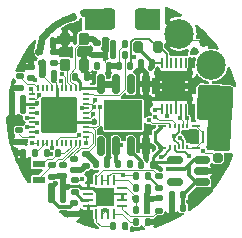
<source format=gbl>
G04 #@! TF.GenerationSoftware,KiCad,Pcbnew,(7.0.0-0)*
G04 #@! TF.CreationDate,2024-02-23T22:29:39+08:00*
G04 #@! TF.ProjectId,Revolute,5265766f-6c75-4746-952e-6b696361645f,rev?*
G04 #@! TF.SameCoordinates,Original*
G04 #@! TF.FileFunction,Copper,L4,Bot*
G04 #@! TF.FilePolarity,Positive*
%FSLAX46Y46*%
G04 Gerber Fmt 4.6, Leading zero omitted, Abs format (unit mm)*
G04 Created by KiCad (PCBNEW (7.0.0-0)) date 2024-02-23 22:29:39*
%MOMM*%
%LPD*%
G01*
G04 APERTURE LIST*
G04 Aperture macros list*
%AMRoundRect*
0 Rectangle with rounded corners*
0 $1 Rounding radius*
0 $2 $3 $4 $5 $6 $7 $8 $9 X,Y pos of 4 corners*
0 Add a 4 corners polygon primitive as box body*
4,1,4,$2,$3,$4,$5,$6,$7,$8,$9,$2,$3,0*
0 Add four circle primitives for the rounded corners*
1,1,$1+$1,$2,$3*
1,1,$1+$1,$4,$5*
1,1,$1+$1,$6,$7*
1,1,$1+$1,$8,$9*
0 Add four rect primitives between the rounded corners*
20,1,$1+$1,$2,$3,$4,$5,0*
20,1,$1+$1,$4,$5,$6,$7,0*
20,1,$1+$1,$6,$7,$8,$9,0*
20,1,$1+$1,$8,$9,$2,$3,0*%
G04 Aperture macros list end*
G04 #@! TA.AperFunction,NonConductor*
%ADD10C,0.600000*%
G04 #@! TD*
G04 #@! TA.AperFunction,NonConductor*
%ADD11C,0.000000*%
G04 #@! TD*
G04 #@! TA.AperFunction,SMDPad,CuDef*
%ADD12RoundRect,0.200000X0.200000X-0.200000X0.200000X0.200000X-0.200000X0.200000X-0.200000X-0.200000X0*%
G04 #@! TD*
G04 #@! TA.AperFunction,SMDPad,CuDef*
%ADD13RoundRect,0.200000X0.730867X-1.340087X0.866940X1.256350X-0.730867X1.340087X-0.866940X-1.256350X0*%
G04 #@! TD*
G04 #@! TA.AperFunction,SMDPad,CuDef*
%ADD14RoundRect,0.300000X1.135552X-1.261159X1.261159X1.135552X-1.135552X1.261159X-1.261159X-1.135552X0*%
G04 #@! TD*
G04 #@! TA.AperFunction,SMDPad,CuDef*
%ADD15RoundRect,0.140000X0.021213X-0.219203X0.219203X-0.021213X-0.021213X0.219203X-0.219203X0.021213X0*%
G04 #@! TD*
G04 #@! TA.AperFunction,SMDPad,CuDef*
%ADD16RoundRect,0.140000X0.140000X0.170000X-0.140000X0.170000X-0.140000X-0.170000X0.140000X-0.170000X0*%
G04 #@! TD*
G04 #@! TA.AperFunction,SMDPad,CuDef*
%ADD17C,2.500000*%
G04 #@! TD*
G04 #@! TA.AperFunction,SMDPad,CuDef*
%ADD18RoundRect,0.147500X-0.072140X-0.215194X0.201379X-0.104685X0.072140X0.215194X-0.201379X0.104685X0*%
G04 #@! TD*
G04 #@! TA.AperFunction,SMDPad,CuDef*
%ADD19RoundRect,0.135000X-0.185000X0.135000X-0.185000X-0.135000X0.185000X-0.135000X0.185000X0.135000X0*%
G04 #@! TD*
G04 #@! TA.AperFunction,SMDPad,CuDef*
%ADD20RoundRect,0.200000X-0.200000X-0.275000X0.200000X-0.275000X0.200000X0.275000X-0.200000X0.275000X0*%
G04 #@! TD*
G04 #@! TA.AperFunction,SMDPad,CuDef*
%ADD21RoundRect,0.147500X-0.147500X-0.172500X0.147500X-0.172500X0.147500X0.172500X-0.147500X0.172500X0*%
G04 #@! TD*
G04 #@! TA.AperFunction,SMDPad,CuDef*
%ADD22RoundRect,0.250000X-0.350000X-0.650000X0.350000X-0.650000X0.350000X0.650000X-0.350000X0.650000X0*%
G04 #@! TD*
G04 #@! TA.AperFunction,SMDPad,CuDef*
%ADD23RoundRect,0.147500X0.203059X-0.101387X0.131693X0.184850X-0.203059X0.101387X-0.131693X-0.184850X0*%
G04 #@! TD*
G04 #@! TA.AperFunction,SMDPad,CuDef*
%ADD24RoundRect,0.140000X-0.140000X-0.170000X0.140000X-0.170000X0.140000X0.170000X-0.140000X0.170000X0*%
G04 #@! TD*
G04 #@! TA.AperFunction,SMDPad,CuDef*
%ADD25RoundRect,0.147500X0.172500X-0.147500X0.172500X0.147500X-0.172500X0.147500X-0.172500X-0.147500X0*%
G04 #@! TD*
G04 #@! TA.AperFunction,SMDPad,CuDef*
%ADD26R,0.180000X0.325000*%
G04 #@! TD*
G04 #@! TA.AperFunction,SMDPad,CuDef*
%ADD27R,0.750000X0.235000*%
G04 #@! TD*
G04 #@! TA.AperFunction,SMDPad,CuDef*
%ADD28R,0.215000X1.040000*%
G04 #@! TD*
G04 #@! TA.AperFunction,SMDPad,CuDef*
%ADD29RoundRect,0.140000X0.170000X-0.140000X0.170000X0.140000X-0.170000X0.140000X-0.170000X-0.140000X0*%
G04 #@! TD*
G04 #@! TA.AperFunction,SMDPad,CuDef*
%ADD30RoundRect,0.140000X-0.170000X0.140000X-0.170000X-0.140000X0.170000X-0.140000X0.170000X0.140000X0*%
G04 #@! TD*
G04 #@! TA.AperFunction,SMDPad,CuDef*
%ADD31RoundRect,0.147500X-0.172500X0.147500X-0.172500X-0.147500X0.172500X-0.147500X0.172500X0.147500X0*%
G04 #@! TD*
G04 #@! TA.AperFunction,SMDPad,CuDef*
%ADD32RoundRect,0.062500X0.062500X-0.375000X0.062500X0.375000X-0.062500X0.375000X-0.062500X-0.375000X0*%
G04 #@! TD*
G04 #@! TA.AperFunction,SMDPad,CuDef*
%ADD33RoundRect,0.062500X0.375000X-0.062500X0.375000X0.062500X-0.375000X0.062500X-0.375000X-0.062500X0*%
G04 #@! TD*
G04 #@! TA.AperFunction,SMDPad,CuDef*
%ADD34R,1.600000X1.600000*%
G04 #@! TD*
G04 #@! TA.AperFunction,SMDPad,CuDef*
%ADD35RoundRect,0.150000X0.300000X-0.350000X0.300000X0.350000X-0.300000X0.350000X-0.300000X-0.350000X0*%
G04 #@! TD*
G04 #@! TA.AperFunction,SMDPad,CuDef*
%ADD36R,1.100000X0.600000*%
G04 #@! TD*
G04 #@! TA.AperFunction,SMDPad,CuDef*
%ADD37RoundRect,0.135000X0.135000X0.185000X-0.135000X0.185000X-0.135000X-0.185000X0.135000X-0.185000X0*%
G04 #@! TD*
G04 #@! TA.AperFunction,SMDPad,CuDef*
%ADD38RoundRect,0.140000X0.167393X0.143107X-0.108353X0.191728X-0.167393X-0.143107X0.108353X-0.191728X0*%
G04 #@! TD*
G04 #@! TA.AperFunction,SMDPad,CuDef*
%ADD39RoundRect,0.135000X-0.135000X-0.185000X0.135000X-0.185000X0.135000X0.185000X-0.135000X0.185000X0*%
G04 #@! TD*
G04 #@! TA.AperFunction,SMDPad,CuDef*
%ADD40RoundRect,0.062500X0.062500X-0.212500X0.062500X0.212500X-0.062500X0.212500X-0.062500X-0.212500X0*%
G04 #@! TD*
G04 #@! TA.AperFunction,SMDPad,CuDef*
%ADD41RoundRect,0.062500X0.212500X-0.062500X0.212500X0.062500X-0.212500X0.062500X-0.212500X-0.062500X0*%
G04 #@! TD*
G04 #@! TA.AperFunction,SMDPad,CuDef*
%ADD42RoundRect,0.295238X1.254762X-1.254762X1.254762X1.254762X-1.254762X1.254762X-1.254762X-1.254762X0*%
G04 #@! TD*
G04 #@! TA.AperFunction,SMDPad,CuDef*
%ADD43RoundRect,0.135000X0.185000X-0.135000X0.185000X0.135000X-0.185000X0.135000X-0.185000X-0.135000X0*%
G04 #@! TD*
G04 #@! TA.AperFunction,SMDPad,CuDef*
%ADD44RoundRect,0.147500X0.147500X0.172500X-0.147500X0.172500X-0.147500X-0.172500X0.147500X-0.172500X0*%
G04 #@! TD*
G04 #@! TA.AperFunction,SMDPad,CuDef*
%ADD45RoundRect,0.150000X-0.150000X0.662500X-0.150000X-0.662500X0.150000X-0.662500X0.150000X0.662500X0*%
G04 #@! TD*
G04 #@! TA.AperFunction,SMDPad,CuDef*
%ADD46R,3.200000X2.514000*%
G04 #@! TD*
G04 #@! TA.AperFunction,SMDPad,CuDef*
%ADD47RoundRect,0.150000X0.512500X0.150000X-0.512500X0.150000X-0.512500X-0.150000X0.512500X-0.150000X0*%
G04 #@! TD*
G04 #@! TA.AperFunction,SMDPad,CuDef*
%ADD48R,0.200000X0.200000*%
G04 #@! TD*
G04 #@! TA.AperFunction,SMDPad,CuDef*
%ADD49O,0.200000X0.850000*%
G04 #@! TD*
G04 #@! TA.AperFunction,SMDPad,CuDef*
%ADD50R,0.575000X0.400000*%
G04 #@! TD*
G04 #@! TA.AperFunction,SMDPad,CuDef*
%ADD51R,0.675000X0.400000*%
G04 #@! TD*
G04 #@! TA.AperFunction,SMDPad,CuDef*
%ADD52R,0.975000X1.300000*%
G04 #@! TD*
G04 #@! TA.AperFunction,SMDPad,CuDef*
%ADD53R,1.950000X2.600000*%
G04 #@! TD*
G04 #@! TA.AperFunction,ViaPad*
%ADD54C,0.450000*%
G04 #@! TD*
G04 #@! TA.AperFunction,ViaPad*
%ADD55C,0.800000*%
G04 #@! TD*
G04 #@! TA.AperFunction,Conductor*
%ADD56C,0.100000*%
G04 #@! TD*
G04 #@! TA.AperFunction,Conductor*
%ADD57C,0.250000*%
G04 #@! TD*
G04 #@! TA.AperFunction,Conductor*
%ADD58C,0.200000*%
G04 #@! TD*
G04 #@! TA.AperFunction,Conductor*
%ADD59C,0.550000*%
G04 #@! TD*
G04 #@! TA.AperFunction,Conductor*
%ADD60C,0.300000*%
G04 #@! TD*
G04 #@! TA.AperFunction,Conductor*
%ADD61C,0.215000*%
G04 #@! TD*
G04 #@! TA.AperFunction,Conductor*
%ADD62C,0.600000*%
G04 #@! TD*
G04 #@! TA.AperFunction,Conductor*
%ADD63C,0.560000*%
G04 #@! TD*
G04 #@! TA.AperFunction,Conductor*
%ADD64C,0.400000*%
G04 #@! TD*
G04 #@! TA.AperFunction,Conductor*
%ADD65C,0.540000*%
G04 #@! TD*
G04 #@! TA.AperFunction,Conductor*
%ADD66C,0.500000*%
G04 #@! TD*
G04 APERTURE END LIST*
D10*
X164138752Y-88539902D02*
G75*
G03*
X163908405Y-89642102I4294648J-1472698D01*
G01*
X166782660Y-86715075D02*
G75*
G03*
X164138756Y-88539904I1092040J-4409925D01*
G01*
G36*
X167752210Y-85989827D02*
G01*
X169682653Y-85989827D01*
X169682653Y-87789827D01*
X167752210Y-87789827D01*
X167752210Y-85989827D01*
G37*
D11*
G36*
X174152210Y-87789827D02*
G01*
X172582653Y-87789827D01*
X172582653Y-85989827D01*
X174152210Y-85989827D01*
X174152210Y-87789827D01*
G37*
D12*
X178990000Y-98620000D03*
D13*
X179121196Y-96534972D03*
D14*
X178755903Y-94012005D03*
D15*
X177071178Y-89553822D03*
X177750000Y-88875000D03*
D16*
X165470000Y-98240000D03*
X164510000Y-98240000D03*
X176055000Y-102825000D03*
X175095000Y-102825000D03*
D17*
X178450000Y-90750000D03*
D18*
X166782658Y-86715066D03*
X167682026Y-86351698D03*
D19*
X166880000Y-100510000D03*
X166880000Y-101530000D03*
D20*
X172261772Y-89247942D03*
X173911772Y-89247942D03*
D21*
X170165000Y-89900000D03*
X171135000Y-89900000D03*
D22*
X169682653Y-86889827D03*
X172582653Y-86889827D03*
D23*
X164140124Y-90583046D03*
X163905460Y-89641860D03*
D24*
X164917995Y-101120000D03*
X165877995Y-101120000D03*
D16*
X171605000Y-90825000D03*
X170645000Y-90825000D03*
D25*
X166870000Y-99645000D03*
X166870000Y-98675000D03*
D26*
X174999999Y-95937499D03*
X175349999Y-95937499D03*
X175699999Y-95937499D03*
X176049999Y-95937499D03*
X176399999Y-95937499D03*
X174999999Y-97712499D03*
X175349999Y-97712499D03*
X175699999Y-97712499D03*
X176049999Y-97712499D03*
X176399999Y-97712499D03*
D27*
X174264999Y-95892499D03*
D28*
X173684999Y-96824999D03*
D27*
X174264999Y-97757499D03*
X177134999Y-95892499D03*
D28*
X177714999Y-96824999D03*
D27*
X177134999Y-97757499D03*
D29*
X168800000Y-89880000D03*
X168800000Y-88920000D03*
D30*
X165100000Y-89620000D03*
X165100000Y-90580000D03*
X164940000Y-99240000D03*
X164940000Y-100200000D03*
D31*
X167810000Y-98325000D03*
X167810000Y-99295000D03*
D32*
X170230000Y-103357500D03*
X169730000Y-103357500D03*
X169230000Y-103357500D03*
X168730000Y-103357500D03*
D33*
X168042500Y-102670000D03*
X168042500Y-102170000D03*
X168042500Y-101670000D03*
X168042500Y-101170000D03*
D32*
X168730000Y-100482500D03*
X169230000Y-100482500D03*
X169730000Y-100482500D03*
X170230000Y-100482500D03*
D33*
X170917500Y-101170000D03*
X170917500Y-101670000D03*
X170917500Y-102170000D03*
X170917500Y-102670000D03*
D34*
X169479999Y-101919999D03*
D35*
X166100000Y-90720000D03*
X166100000Y-88520000D03*
X167700000Y-88520000D03*
X167700000Y-90720000D03*
D36*
X163839999Y-100529999D03*
X163839999Y-99129999D03*
D19*
X174011227Y-100156601D03*
X174011227Y-101176601D03*
D16*
X169755000Y-90825000D03*
X168795000Y-90825000D03*
D37*
X173490000Y-99190000D03*
X172470000Y-99190000D03*
D16*
X163490000Y-98190000D03*
X162530000Y-98190000D03*
D24*
X166945000Y-91800000D03*
X167905000Y-91800000D03*
D29*
X163200000Y-91855000D03*
X163200000Y-90895000D03*
D38*
X165084172Y-88706606D03*
X164138756Y-88539904D03*
D17*
X175750000Y-88100000D03*
D39*
X172085453Y-104031759D03*
X173105453Y-104031759D03*
D24*
X164920000Y-102120000D03*
X165880000Y-102120000D03*
X172070000Y-102070000D03*
X173030000Y-102070000D03*
D40*
X167380000Y-97320000D03*
X166980000Y-97320000D03*
X166580000Y-97320000D03*
X166180000Y-97320000D03*
X165780000Y-97320000D03*
X165380000Y-97320000D03*
X164980000Y-97320000D03*
X164580000Y-97320000D03*
X164180000Y-97320000D03*
X163780000Y-97320000D03*
D41*
X163280000Y-96820000D03*
X163280000Y-96420000D03*
X163280000Y-96020000D03*
X163280000Y-95620000D03*
X163280000Y-95220000D03*
X163280000Y-94820000D03*
X163280000Y-94420000D03*
X163280000Y-94020000D03*
X163280000Y-93620000D03*
X163280000Y-93220000D03*
D40*
X163780000Y-92720000D03*
X164180000Y-92720000D03*
X164580000Y-92720000D03*
X164980000Y-92720000D03*
X165380000Y-92720000D03*
X165780000Y-92720000D03*
X166180000Y-92720000D03*
X166580000Y-92720000D03*
X166980000Y-92720000D03*
X167380000Y-92720000D03*
D41*
X167880000Y-93220000D03*
X167880000Y-93620000D03*
X167880000Y-94020000D03*
X167880000Y-94420000D03*
X167880000Y-94820000D03*
X167880000Y-95220000D03*
X167880000Y-95620000D03*
X167880000Y-96020000D03*
X167880000Y-96420000D03*
X167880000Y-96820000D03*
D42*
X165580000Y-95020000D03*
D24*
X172070000Y-103020000D03*
X173030000Y-103020000D03*
D30*
X165890000Y-99230000D03*
X165890000Y-100190000D03*
D43*
X174001959Y-103078670D03*
X174001959Y-102058670D03*
D39*
X172050000Y-101140000D03*
X173070000Y-101140000D03*
D16*
X165110000Y-91480000D03*
X164150000Y-91480000D03*
D24*
X172500000Y-90575000D03*
X173460000Y-90575000D03*
D16*
X162550000Y-94558966D03*
X161590000Y-94558966D03*
D44*
X173055000Y-100190000D03*
X172085000Y-100190000D03*
D37*
X171570000Y-99180000D03*
X170550000Y-99180000D03*
D30*
X166830000Y-102440000D03*
X166830000Y-103400000D03*
D24*
X161590000Y-93610000D03*
X162550000Y-93610000D03*
D45*
X169095000Y-92362500D03*
X170365000Y-92362500D03*
X171635000Y-92362500D03*
X172905000Y-92362500D03*
X172905000Y-97637500D03*
X171635000Y-97637500D03*
X170365000Y-97637500D03*
X169095000Y-97637500D03*
D46*
X170999999Y-94999999D03*
D16*
X176052732Y-101800000D03*
X175092732Y-101800000D03*
D47*
X177642945Y-98793731D03*
X177642945Y-99743731D03*
X177642945Y-100693731D03*
X175367945Y-100693731D03*
X175367945Y-98793731D03*
D24*
X168700000Y-99170000D03*
X169660000Y-99170000D03*
D37*
X171185000Y-88975000D03*
X170165000Y-88975000D03*
D48*
X176274999Y-94824999D03*
D49*
X176274999Y-94499999D03*
D48*
X175874999Y-94824999D03*
D49*
X175874999Y-94499999D03*
D48*
X175474999Y-94824999D03*
D49*
X175474999Y-94499999D03*
D48*
X175074999Y-94824999D03*
D49*
X175074999Y-94499999D03*
D48*
X174674999Y-94824999D03*
D49*
X174674999Y-94499999D03*
D48*
X174274999Y-94824999D03*
D49*
X174274999Y-94499999D03*
X174274999Y-90549999D03*
D48*
X174274999Y-90224999D03*
D49*
X174674999Y-90549999D03*
D48*
X174674999Y-90224999D03*
D49*
X175074999Y-90549999D03*
D48*
X175074999Y-90224999D03*
D49*
X175474999Y-90549999D03*
D48*
X175474999Y-90224999D03*
D49*
X175874999Y-90549999D03*
D48*
X175874999Y-90224999D03*
D49*
X176274999Y-90549999D03*
D48*
X176274999Y-90224999D03*
D50*
X173909999Y-93624999D03*
D51*
X173962499Y-93624999D03*
X176587499Y-93624999D03*
D50*
X176639999Y-93624999D03*
D52*
X174787499Y-93174999D03*
X175762499Y-93174999D03*
D53*
X175274999Y-92524999D03*
D52*
X174787499Y-91874999D03*
X175762499Y-91874999D03*
D50*
X173909999Y-91424999D03*
D51*
X173962499Y-91424999D03*
X176587499Y-91424999D03*
D50*
X176639999Y-91424999D03*
D29*
X162250000Y-92680000D03*
X162250000Y-91720000D03*
X162170000Y-97260000D03*
X162170000Y-96300000D03*
D39*
X170103618Y-104367594D03*
X171123618Y-104367594D03*
D54*
X164860188Y-98320188D03*
X176974773Y-102514392D03*
X175075000Y-101800000D03*
X180150000Y-92200000D03*
X162530000Y-98190000D03*
X162170000Y-97260000D03*
X173070000Y-101600000D03*
X163002637Y-90024235D03*
X169700000Y-98550000D03*
X164930000Y-100200000D03*
X169450000Y-90200000D03*
X179911016Y-98562057D03*
X174794755Y-103788534D03*
X165190000Y-91647017D03*
X173847847Y-104118323D03*
X179003299Y-100302672D03*
X171197360Y-104516761D03*
X166164828Y-88520000D03*
X177728879Y-101845893D03*
X167764828Y-90914500D03*
X165820000Y-101120000D03*
X173042312Y-91762312D03*
X177280000Y-96930000D03*
D55*
X175240000Y-88600000D03*
D54*
X165485188Y-93614812D03*
X179505160Y-99451662D03*
X171570000Y-99170000D03*
X174075000Y-99550000D03*
X165257553Y-100780442D03*
X163705500Y-94005610D03*
X163490000Y-98190000D03*
X170350000Y-92300000D03*
X167829500Y-97390877D03*
X166950000Y-91750000D03*
D55*
X177770000Y-91230000D03*
D54*
X171875000Y-102050000D03*
X175325000Y-96725000D03*
X163250000Y-97400000D03*
X163199979Y-92750054D03*
X173725000Y-95150000D03*
X173206347Y-95424500D03*
X163893472Y-93316129D03*
X174800000Y-99600000D03*
X167550000Y-100400000D03*
X171000000Y-100100000D03*
X169480000Y-103044502D03*
X173300000Y-90975000D03*
X174675000Y-95050000D03*
X176850000Y-89775000D03*
X173650000Y-94525000D03*
X178000000Y-93050000D03*
X171875000Y-90100000D03*
X178570000Y-93050000D03*
X170825000Y-97500000D03*
X175775000Y-95250000D03*
X163705500Y-95634390D03*
X162878125Y-95220000D03*
X176400000Y-95275000D03*
X171625000Y-97075000D03*
X177782947Y-98050500D03*
X163705500Y-94834390D03*
X175831146Y-96938938D03*
X163521115Y-92010576D03*
X169075498Y-94270000D03*
X165695578Y-92150000D03*
X165850000Y-91550000D03*
X168795000Y-90825000D03*
X167283750Y-96707446D03*
X169095000Y-97637500D03*
X171520000Y-92810000D03*
X164990000Y-97753518D03*
X168620000Y-93750000D03*
X167478125Y-94420000D03*
X168531500Y-94347580D03*
X163689290Y-96424268D03*
X174202934Y-98520019D03*
X176550000Y-98450000D03*
X162878125Y-96020000D03*
X168476199Y-94932946D03*
D56*
X167880000Y-93220000D02*
X168460000Y-93220000D01*
X168460000Y-93220000D02*
X168565000Y-93325000D01*
X168565000Y-93325000D02*
X170639264Y-93325000D01*
X170639264Y-93325000D02*
X171135000Y-92829264D01*
X171135000Y-92829264D02*
X171135000Y-89900000D01*
X169450000Y-90200000D02*
X169450000Y-90520000D01*
X166100000Y-88520000D02*
X166100000Y-88570000D01*
D57*
X166180000Y-95620000D02*
X165580000Y-95020000D01*
D56*
X164940000Y-100200000D02*
X164930000Y-100200000D01*
D57*
X169225489Y-101920000D02*
X169480000Y-101920000D01*
X167880000Y-95620000D02*
X166180000Y-95620000D01*
D56*
X177715000Y-96472500D02*
X177135000Y-95892500D01*
X173105453Y-104031759D02*
X173761283Y-104031759D01*
X177475000Y-88600000D02*
X177750000Y-88875000D01*
X172905000Y-91899624D02*
X173042312Y-91762312D01*
X165580000Y-95020000D02*
X165485188Y-94925188D01*
D57*
X165380000Y-92720000D02*
X165380000Y-94820000D01*
D58*
X170917500Y-101670000D02*
X169730000Y-101670000D01*
D56*
X169450000Y-90520000D02*
X169755000Y-90825000D01*
X164590188Y-98320188D02*
X164510000Y-98240000D01*
X169660000Y-99170000D02*
X169660000Y-98590000D01*
X172905000Y-92362500D02*
X172905000Y-91899624D01*
X162530000Y-98190000D02*
X162540000Y-98180000D01*
D58*
X169730000Y-101670000D02*
X169480000Y-101920000D01*
X168042500Y-102670000D02*
X168730000Y-102670000D01*
D56*
X171197360Y-104516761D02*
X171202148Y-104511973D01*
X165320578Y-92180578D02*
X165320578Y-92660578D01*
D57*
X168042500Y-101170000D02*
X168475489Y-101170000D01*
D56*
X165485188Y-94925188D02*
X165485188Y-93614812D01*
X170645000Y-90825000D02*
X170645000Y-89515000D01*
X177715000Y-97077500D02*
X177715000Y-96825000D01*
X173030000Y-101640000D02*
X173070000Y-101600000D01*
X177135000Y-97657500D02*
X177383750Y-97408750D01*
X177135000Y-97757500D02*
X177135000Y-97657500D01*
D58*
X168730000Y-102670000D02*
X169480000Y-101920000D01*
X175475000Y-93462500D02*
X175762500Y-93175000D01*
D56*
X170645000Y-89515000D02*
X171185000Y-88975000D01*
X171197360Y-104441336D02*
X171197360Y-104516761D01*
X167700000Y-90720000D02*
X167764828Y-90784828D01*
X175240000Y-88600000D02*
X177475000Y-88600000D01*
X177135000Y-97757500D02*
X176445000Y-97757500D01*
X167700000Y-90720000D02*
X167700000Y-90770000D01*
X173070000Y-101140000D02*
X173070000Y-101600000D01*
D57*
X167269500Y-101035000D02*
X167404500Y-101170000D01*
D56*
X173761283Y-104031759D02*
X173847847Y-104118323D01*
X175092732Y-101800000D02*
X175075000Y-101800000D01*
X167764828Y-90784828D02*
X167764828Y-90914500D01*
X167700000Y-90770000D02*
X167850000Y-90920000D01*
X173105453Y-104031759D02*
X172620451Y-104516761D01*
X177280000Y-96930000D02*
X177280000Y-97305000D01*
X177715000Y-96825000D02*
X177715000Y-96472500D01*
X176445000Y-97757500D02*
X176400000Y-97712500D01*
X165320578Y-92660578D02*
X165380000Y-92720000D01*
D57*
X165820000Y-101120000D02*
X165905000Y-101035000D01*
X165380000Y-94820000D02*
X165580000Y-95020000D01*
D56*
X177280000Y-97305000D02*
X177383750Y-97408750D01*
D57*
X168475489Y-101170000D02*
X169225489Y-101920000D01*
D56*
X171123618Y-104367594D02*
X171197360Y-104441336D01*
X165130000Y-91990000D02*
X165320578Y-92180578D01*
D57*
X165905000Y-101035000D02*
X167269500Y-101035000D01*
D56*
X169660000Y-98590000D02*
X169700000Y-98550000D01*
X164860188Y-98320188D02*
X164590188Y-98320188D01*
X165130000Y-91500000D02*
X165130000Y-91990000D01*
D57*
X167404500Y-101170000D02*
X168042500Y-101170000D01*
D56*
X177383750Y-97408750D02*
X177715000Y-97077500D01*
X173030000Y-102070000D02*
X173030000Y-101640000D01*
D58*
X175475000Y-94500000D02*
X175475000Y-93462500D01*
D56*
X171570000Y-99170000D02*
X171560000Y-99160000D01*
X170365000Y-92315000D02*
X170350000Y-92300000D01*
D59*
X162550000Y-93610000D02*
X162550000Y-94000000D01*
D56*
X167829500Y-97390877D02*
X167880000Y-97340377D01*
D60*
X164920000Y-102140000D02*
X164920000Y-102120000D01*
D57*
X167380000Y-92720000D02*
X168737500Y-92720000D01*
X163280000Y-94020000D02*
X163691110Y-94020000D01*
D56*
X167880000Y-97340377D02*
X167880000Y-96820000D01*
X164355520Y-97320000D02*
X163490000Y-98185520D01*
X166945000Y-91755000D02*
X166950000Y-91750000D01*
D61*
X173685000Y-96825000D02*
X173685000Y-96472500D01*
X173490000Y-99190000D02*
X173490000Y-98532500D01*
D57*
X167380000Y-92720000D02*
X167380000Y-92235000D01*
X168737500Y-92720000D02*
X169095000Y-92362500D01*
D61*
X173490000Y-98532500D02*
X174265000Y-97757500D01*
D62*
X169095000Y-92362500D02*
X170365000Y-92362500D01*
D57*
X167380000Y-92235000D02*
X166945000Y-91800000D01*
D56*
X164580000Y-97320000D02*
X164355520Y-97320000D01*
D60*
X165570000Y-102790000D02*
X164920000Y-102140000D01*
X166830000Y-102440000D02*
X166480000Y-102790000D01*
D61*
X174265000Y-97757500D02*
X173685000Y-97177500D01*
X173695680Y-98984320D02*
X173490000Y-99190000D01*
X173685000Y-96472500D02*
X174265000Y-95892500D01*
D56*
X170365000Y-92362500D02*
X170365000Y-92315000D01*
D63*
X164920000Y-101170000D02*
X164920000Y-102120000D01*
D57*
X162570000Y-94020000D02*
X162550000Y-94000000D01*
X163691110Y-94020000D02*
X163705500Y-94005610D01*
D64*
X165257553Y-100780442D02*
X164917995Y-101120000D01*
D59*
X162550000Y-94000000D02*
X162550000Y-94558966D01*
D64*
X173715000Y-99190000D02*
X174075000Y-99550000D01*
D56*
X171570000Y-99180000D02*
X171570000Y-99170000D01*
D61*
X175367945Y-98793731D02*
X175177356Y-98984320D01*
D56*
X163490000Y-98185520D02*
X163490000Y-98190000D01*
D57*
X163280000Y-94020000D02*
X162570000Y-94020000D01*
D61*
X173685000Y-97177500D02*
X173685000Y-96825000D01*
D60*
X166480000Y-102790000D02*
X165570000Y-102790000D01*
D56*
X166945000Y-91800000D02*
X166945000Y-91755000D01*
D61*
X175177356Y-98984320D02*
X173695680Y-98984320D01*
D64*
X173490000Y-99190000D02*
X173715000Y-99190000D01*
D60*
X175325000Y-96725000D02*
X175325000Y-96825000D01*
D56*
X163780000Y-97320000D02*
X163330000Y-97320000D01*
X170917500Y-101170000D02*
X171295000Y-101170000D01*
D58*
X175325000Y-97095000D02*
X175700000Y-97470000D01*
X175400000Y-96725000D02*
X175700000Y-96425000D01*
D56*
X172070000Y-102070000D02*
X172070000Y-103020000D01*
X171295000Y-101170000D02*
X172070000Y-101945000D01*
X163330000Y-97320000D02*
X163250000Y-97400000D01*
D58*
X175325000Y-96725000D02*
X175400000Y-96725000D01*
D56*
X172070000Y-102070000D02*
X171895000Y-102070000D01*
D58*
X175700000Y-96425000D02*
X175700000Y-95937500D01*
D56*
X172070000Y-101945000D02*
X172070000Y-102070000D01*
D58*
X175700000Y-97470000D02*
X175700000Y-97712500D01*
D56*
X171895000Y-102070000D02*
X171875000Y-102050000D01*
D58*
X175325000Y-96825000D02*
X175325000Y-97095000D01*
D65*
X170165000Y-89900000D02*
X170165000Y-88975000D01*
D56*
X175100000Y-95425000D02*
X174000000Y-95425000D01*
X163280000Y-93220000D02*
X163280000Y-92830075D01*
X175350000Y-95937500D02*
X175350000Y-95675000D01*
X174000000Y-95425000D02*
X173725000Y-95150000D01*
X175350000Y-95675000D02*
X175100000Y-95425000D01*
X163280000Y-92830075D02*
X163199979Y-92750054D01*
X175000000Y-95792500D02*
X174832500Y-95625000D01*
X174832500Y-95625000D02*
X173406847Y-95625000D01*
X175000000Y-95937500D02*
X175000000Y-95792500D01*
X163893472Y-93316129D02*
X163589601Y-93620000D01*
X173406847Y-95625000D02*
X173206347Y-95424500D01*
X163589601Y-93620000D02*
X163280000Y-93620000D01*
X169730000Y-100170000D02*
X170040000Y-99860000D01*
X170040000Y-99860000D02*
X170760000Y-99860000D01*
X169730000Y-100482500D02*
X169730000Y-100170000D01*
X167440000Y-100510000D02*
X167550000Y-100400000D01*
X170760000Y-99860000D02*
X171000000Y-100100000D01*
X171995000Y-100100000D02*
X171000000Y-100100000D01*
X166880000Y-100510000D02*
X167440000Y-100510000D01*
D60*
X177003021Y-98793731D02*
X176196752Y-99600000D01*
X176052732Y-101800000D02*
X176052732Y-102822732D01*
D56*
X172085000Y-100190000D02*
X171995000Y-100100000D01*
D60*
X176052732Y-102822732D02*
X176055000Y-102825000D01*
X177642945Y-98793731D02*
X177524214Y-98675000D01*
X177159001Y-100693731D02*
X176052732Y-101800000D01*
X177193731Y-100693731D02*
X177642945Y-100693731D01*
X177524214Y-98675000D02*
X177425736Y-98675000D01*
X177642945Y-98793731D02*
X177003021Y-98793731D01*
D56*
X169230000Y-100482500D02*
X169730000Y-100482500D01*
D60*
X176196752Y-99600000D02*
X174800000Y-99600000D01*
X177642945Y-100693731D02*
X177159001Y-100693731D01*
X176598376Y-99198376D02*
X176598376Y-100098376D01*
X176598376Y-100098376D02*
X177193731Y-100693731D01*
D56*
X169480000Y-103044502D02*
X169480000Y-103107500D01*
D60*
X172261772Y-89247942D02*
X172261772Y-89336067D01*
D56*
X169480000Y-103107500D02*
X169730000Y-103357500D01*
X169480000Y-103107500D02*
X169230000Y-103357500D01*
D60*
X173460000Y-90534295D02*
X173460000Y-90575000D01*
D64*
X173460000Y-90575000D02*
X173460000Y-90815000D01*
D58*
X174250000Y-90575000D02*
X174275000Y-90550000D01*
D64*
X173460000Y-90815000D02*
X173300000Y-90975000D01*
D58*
X173460000Y-90575000D02*
X174250000Y-90575000D01*
D60*
X172261772Y-89336067D02*
X173460000Y-90534295D01*
D56*
X177071178Y-89553822D02*
X176850000Y-89775000D01*
X174675000Y-95050000D02*
X174675000Y-94500000D01*
D58*
X174675000Y-89806579D02*
X174675000Y-90550000D01*
X173223830Y-88560000D02*
X173911772Y-89247942D01*
X171655000Y-88795000D02*
X171890000Y-88560000D01*
X171605000Y-90825000D02*
X171655000Y-90775000D01*
X178716087Y-94711271D02*
X178716087Y-93646926D01*
X178570000Y-93050000D02*
X178716087Y-93196087D01*
X171875000Y-90100000D02*
X171655000Y-90100000D01*
X178716087Y-93646926D02*
X179171757Y-93191256D01*
X174116363Y-89247942D02*
X174675000Y-89806579D01*
X173911772Y-89247942D02*
X174116363Y-89247942D01*
X178716087Y-93766087D02*
X178000000Y-93050000D01*
X174275000Y-94500000D02*
X173675000Y-94500000D01*
X171655000Y-90100000D02*
X171655000Y-88795000D01*
X173675000Y-94500000D02*
X173650000Y-94525000D01*
X171890000Y-88560000D02*
X173223830Y-88560000D01*
X178716087Y-94711271D02*
X178716087Y-93766087D01*
X171655000Y-90775000D02*
X171655000Y-90100000D01*
X178716087Y-93196087D02*
X178716087Y-94711271D01*
X178000000Y-93050000D02*
X178000000Y-93000000D01*
X173055000Y-100190000D02*
X173095805Y-100190000D01*
X174011227Y-101105422D02*
X174011227Y-101176601D01*
X173095805Y-100190000D02*
X174011227Y-101105422D01*
D60*
X170365000Y-98995000D02*
X170365000Y-97637500D01*
D58*
X175775000Y-95250000D02*
X175875000Y-95150000D01*
D60*
X170550000Y-99180000D02*
X170365000Y-98995000D01*
D56*
X175775000Y-95250000D02*
X176050000Y-95525000D01*
X176050000Y-95525000D02*
X176050000Y-95937500D01*
X170825000Y-97500000D02*
X170687500Y-97637500D01*
D58*
X175875000Y-95150000D02*
X175875000Y-94500000D01*
D56*
X170365000Y-97637500D02*
X170687500Y-97637500D01*
X163691110Y-95620000D02*
X163280000Y-95620000D01*
X163705500Y-95634390D02*
X163691110Y-95620000D01*
D60*
X172470000Y-99190000D02*
X172470000Y-98870084D01*
D58*
X176400000Y-95275000D02*
X176275000Y-95150000D01*
X176275000Y-95150000D02*
X176275000Y-94500000D01*
D56*
X176400000Y-95275000D02*
X176400000Y-95937500D01*
X171625000Y-97075000D02*
X171635000Y-97085000D01*
D60*
X171635000Y-98035084D02*
X171635000Y-97637500D01*
D56*
X171635000Y-97085000D02*
X171635000Y-97637500D01*
D60*
X172470000Y-98870084D02*
X171635000Y-98035084D01*
D56*
X162878125Y-95220000D02*
X163280000Y-95220000D01*
X168730000Y-104020000D02*
X168730000Y-103357500D01*
X169077594Y-104367594D02*
X168730000Y-104020000D01*
X170103618Y-104367594D02*
X169077594Y-104367594D01*
X178910000Y-98600000D02*
X178520000Y-98210000D01*
X177942447Y-98210000D02*
X177782947Y-98050500D01*
D58*
X176050000Y-97157792D02*
X176050000Y-97712500D01*
D56*
X178520000Y-98210000D02*
X177942447Y-98210000D01*
X163705500Y-94834390D02*
X163294390Y-94834390D01*
X163294390Y-94834390D02*
X163280000Y-94820000D01*
D58*
X175831146Y-96938938D02*
X176050000Y-97157792D01*
D56*
X165821429Y-98700000D02*
X166980000Y-97541429D01*
X166980000Y-97541429D02*
X166980000Y-97320000D01*
X164940000Y-99240000D02*
X165480000Y-98700000D01*
X163840000Y-100340000D02*
X163840000Y-100530000D01*
X165480000Y-98700000D02*
X165821429Y-98700000D01*
X164940000Y-99240000D02*
X163840000Y-100340000D01*
X166580000Y-97320000D02*
X166580000Y-97658587D01*
X164520180Y-98750000D02*
X164140180Y-99130000D01*
X166580000Y-97658587D02*
X165998587Y-98240000D01*
X165470000Y-98240000D02*
X164960000Y-98750000D01*
X165998587Y-98240000D02*
X165470000Y-98240000D01*
X164140180Y-99130000D02*
X163840000Y-99130000D01*
X164960000Y-98750000D02*
X164520180Y-98750000D01*
X167059271Y-97745000D02*
X167130520Y-97745000D01*
X165890000Y-99230000D02*
X165890000Y-98914271D01*
X167130520Y-97745000D02*
X167380000Y-97495520D01*
X165890000Y-98914271D02*
X167059271Y-97745000D01*
X167380000Y-97495520D02*
X167380000Y-97320000D01*
X162420000Y-96820000D02*
X162160000Y-96560000D01*
X163280000Y-96820000D02*
X162420000Y-96820000D01*
X169075498Y-94270000D02*
X168930000Y-94415498D01*
X168600000Y-96240000D02*
X168380000Y-96020000D01*
X167810000Y-98325000D02*
X168600000Y-97535000D01*
X168720000Y-96020000D02*
X168380000Y-96020000D01*
D66*
X167934282Y-98325000D02*
X168700000Y-99090718D01*
X167810000Y-98325000D02*
X167934282Y-98325000D01*
D56*
X165780000Y-92720000D02*
X165780000Y-92234422D01*
X168600000Y-97535000D02*
X168600000Y-96240000D01*
X168930000Y-95810000D02*
X168720000Y-96020000D01*
X167880000Y-96020000D02*
X168380000Y-96020000D01*
X165780000Y-92234422D02*
X165695578Y-92150000D01*
X168930000Y-94415498D02*
X168930000Y-95810000D01*
X163435054Y-92375054D02*
X163780000Y-92720000D01*
X162850054Y-92375054D02*
X163435054Y-92375054D01*
X162250000Y-91720000D02*
X162250000Y-91775000D01*
X162250000Y-91775000D02*
X162850054Y-92375054D01*
X164980000Y-92465000D02*
X164980000Y-92720000D01*
X164170000Y-91655000D02*
X164980000Y-92465000D01*
D62*
X164150000Y-90576909D02*
X164150000Y-91480000D01*
D56*
X164170000Y-91500000D02*
X164170000Y-91655000D01*
X166639956Y-92259010D02*
X166470078Y-92089132D01*
D66*
X168400000Y-88520000D02*
X168800000Y-88920000D01*
D56*
X166470078Y-92089132D02*
X166470078Y-91508888D01*
X166940000Y-91038966D02*
X166940000Y-89280000D01*
X166980000Y-92720000D02*
X166980000Y-92470000D01*
X166769010Y-92259010D02*
X166639956Y-92259010D01*
D66*
X167700000Y-88520000D02*
X168400000Y-88520000D01*
D56*
X166980000Y-92470000D02*
X166769010Y-92259010D01*
X166940000Y-89280000D02*
X167700000Y-88520000D01*
X166470078Y-91508888D02*
X166940000Y-91038966D01*
X166100000Y-90720000D02*
X165960000Y-90580000D01*
X166270078Y-90890078D02*
X166270078Y-92234558D01*
X166100000Y-90720000D02*
X166270078Y-90890078D01*
X165960000Y-90580000D02*
X165100000Y-90580000D01*
X166580000Y-92544480D02*
X166580000Y-92720000D01*
X166270078Y-92234558D02*
X166580000Y-92544480D01*
X166070078Y-92610078D02*
X166070078Y-91770078D01*
X166180000Y-92720000D02*
X166070078Y-92610078D01*
X166070078Y-91770078D02*
X165850000Y-91550000D01*
D66*
X167460000Y-99645000D02*
X167810000Y-99295000D01*
X166870000Y-99645000D02*
X167460000Y-99645000D01*
D56*
X167384181Y-97774181D02*
X167975819Y-97774181D01*
X166870000Y-98675000D02*
X166870000Y-98288362D01*
X166870000Y-98288362D02*
X167384181Y-97774181D01*
X168400000Y-97350000D02*
X168400000Y-96575493D01*
X168400000Y-96575493D02*
X168244507Y-96420000D01*
X167975819Y-97774181D02*
X168400000Y-97350000D01*
X168244507Y-96420000D02*
X167880000Y-96420000D01*
X170230000Y-100482500D02*
X171392500Y-100482500D01*
X171392500Y-100482500D02*
X172050000Y-101140000D01*
X170917500Y-102918750D02*
X171532638Y-103533888D01*
X171532638Y-103533888D02*
X173546741Y-103533888D01*
X173546741Y-103533888D02*
X174001959Y-103078670D01*
X170917500Y-102670000D02*
X170917500Y-102918750D01*
D57*
X167520000Y-102170000D02*
X166880000Y-101530000D01*
X168042500Y-102170000D02*
X167520000Y-102170000D01*
D56*
X173514626Y-99660000D02*
X174011227Y-100156601D01*
X168730000Y-100244480D02*
X169314480Y-99660000D01*
X169314480Y-99660000D02*
X173514626Y-99660000D01*
X168730000Y-100482500D02*
X168730000Y-100244480D01*
X171559737Y-104031759D02*
X170885478Y-103357500D01*
X172085453Y-104031759D02*
X171559737Y-104031759D01*
X170885478Y-103357500D02*
X170230000Y-103357500D01*
X165380000Y-97144480D02*
X165654480Y-96870000D01*
X165380000Y-97320000D02*
X165380000Y-97144480D01*
X167121196Y-96870000D02*
X167283750Y-96707446D01*
X165654480Y-96870000D02*
X167121196Y-96870000D01*
X164990000Y-97753518D02*
X164990000Y-97330000D01*
X164990000Y-97330000D02*
X164980000Y-97320000D01*
X164980000Y-97320000D02*
X164980000Y-97490000D01*
X168620000Y-93750000D02*
X168350000Y-94020000D01*
X168350000Y-94020000D02*
X167880000Y-94020000D01*
X167880000Y-94420000D02*
X167478125Y-94420000D01*
X168059080Y-94820000D02*
X167880000Y-94820000D01*
X168531500Y-94347580D02*
X168059080Y-94820000D01*
D58*
X174202934Y-98520019D02*
X174363341Y-98520019D01*
D56*
X163280000Y-96420000D02*
X163685022Y-96420000D01*
X163685022Y-96420000D02*
X163689290Y-96424268D01*
D58*
X175000000Y-97883360D02*
X175000000Y-97712500D01*
X174363341Y-98520019D02*
X175000000Y-97883360D01*
D56*
X162878125Y-96020000D02*
X163280000Y-96020000D01*
D58*
X175350000Y-97927007D02*
X175350000Y-97712500D01*
X175522993Y-98100000D02*
X175350000Y-97927007D01*
X176200000Y-98100000D02*
X175522993Y-98100000D01*
X176550000Y-98450000D02*
X176200000Y-98100000D01*
D56*
X167880000Y-95220000D02*
X168189145Y-95220000D01*
X168189145Y-95220000D02*
X168476199Y-94932946D01*
G04 #@! TA.AperFunction,Conductor*
G36*
X172627010Y-104313034D02*
G01*
X172668824Y-104362591D01*
X172687219Y-104402040D01*
X172699474Y-104419541D01*
X172767670Y-104487737D01*
X172785171Y-104499992D01*
X172796484Y-104505267D01*
X172843912Y-104544097D01*
X172866946Y-104600901D01*
X172859957Y-104661797D01*
X172824654Y-104711906D01*
X172769663Y-104738983D01*
X172739326Y-104745379D01*
X172731621Y-104746751D01*
X172121257Y-104835672D01*
X172113483Y-104836555D01*
X171684017Y-104871660D01*
X171621030Y-104860229D01*
X171572137Y-104818905D01*
X171550371Y-104758702D01*
X171561533Y-104695666D01*
X171583187Y-104649229D01*
X171588433Y-104631231D01*
X171593088Y-104595868D01*
X171593617Y-104587796D01*
X171593617Y-104529633D01*
X171611258Y-104465884D01*
X171659163Y-104420273D01*
X171723700Y-104405780D01*
X171786507Y-104426528D01*
X171846860Y-104466854D01*
X171924306Y-104482259D01*
X172246599Y-104482258D01*
X172324046Y-104466854D01*
X172411868Y-104408174D01*
X172453339Y-104346106D01*
X172502204Y-104303487D01*
X172565900Y-104291357D01*
X172627010Y-104313034D01*
G37*
G04 #@! TD.AperFunction*
G04 #@! TA.AperFunction,Conductor*
G36*
X168105500Y-102561613D02*
G01*
X168150887Y-102607000D01*
X168167500Y-102669000D01*
X168167500Y-102978674D01*
X168170950Y-102991549D01*
X168183826Y-102995000D01*
X168350500Y-102995000D01*
X168412500Y-103011613D01*
X168457887Y-103057000D01*
X168474500Y-103119000D01*
X168474500Y-103751508D01*
X168475688Y-103757483D01*
X168475689Y-103757488D01*
X168480517Y-103781759D01*
X168485698Y-103807805D01*
X168492481Y-103817957D01*
X168492482Y-103817958D01*
X168528355Y-103871645D01*
X168526430Y-103872930D01*
X168540061Y-103893330D01*
X168549500Y-103940783D01*
X168549500Y-103992328D01*
X168547469Y-104014679D01*
X168544437Y-104031225D01*
X168548916Y-104045600D01*
X168548917Y-104045603D01*
X168554934Y-104064913D01*
X168556945Y-104072126D01*
X168562767Y-104095749D01*
X168562769Y-104095753D01*
X168565392Y-104106393D01*
X168569200Y-104110692D01*
X168570909Y-104116174D01*
X168578661Y-104123926D01*
X168595852Y-104141117D01*
X168600986Y-104146570D01*
X168624396Y-104172994D01*
X168624311Y-104173068D01*
X168627880Y-104176914D01*
X168629765Y-104175030D01*
X168886732Y-104431997D01*
X168918645Y-104486918D01*
X168919176Y-104550437D01*
X168888184Y-104605883D01*
X168833803Y-104638709D01*
X168770302Y-104640299D01*
X168405978Y-104553466D01*
X168398428Y-104551413D01*
X167808647Y-104370855D01*
X167801242Y-104368330D01*
X167224021Y-104150937D01*
X167216790Y-104147950D01*
X167099245Y-104094992D01*
X167046256Y-104049580D01*
X167026183Y-103982744D01*
X167045383Y-103915651D01*
X167097776Y-103869553D01*
X167188196Y-103827390D01*
X167205694Y-103815137D01*
X167275135Y-103745696D01*
X167287393Y-103728190D01*
X167317244Y-103664173D01*
X167319367Y-103652858D01*
X167308216Y-103650000D01*
X166351784Y-103650000D01*
X166324978Y-103656870D01*
X166308620Y-103666813D01*
X166258218Y-103673563D01*
X166209345Y-103659515D01*
X166102149Y-103602832D01*
X166095351Y-103598959D01*
X165959057Y-103515488D01*
X165607602Y-103300244D01*
X165563716Y-103254261D01*
X165548380Y-103192572D01*
X165565626Y-103131390D01*
X165610922Y-103086793D01*
X165672365Y-103070500D01*
X166224324Y-103070500D01*
X166274677Y-103081184D01*
X166316354Y-103111394D01*
X166335065Y-103143669D01*
X166338072Y-103146485D01*
X166351785Y-103150000D01*
X167308216Y-103150000D01*
X167319367Y-103147141D01*
X167317245Y-103135828D01*
X167283782Y-103064066D01*
X167273088Y-102996549D01*
X167299798Y-102933625D01*
X167355794Y-102894417D01*
X167424058Y-102890839D01*
X167483845Y-102923980D01*
X167488401Y-102928536D01*
X167554923Y-102972985D01*
X167577055Y-102982152D01*
X167635663Y-102993810D01*
X167647740Y-102995000D01*
X167901174Y-102995000D01*
X167914049Y-102991549D01*
X167917500Y-102978674D01*
X167917500Y-102669000D01*
X167934113Y-102607000D01*
X167979500Y-102561613D01*
X168041500Y-102545000D01*
X168043500Y-102545000D01*
X168105500Y-102561613D01*
G37*
G04 #@! TD.AperFunction*
G04 #@! TA.AperFunction,Conductor*
G36*
X175280732Y-101566613D02*
G01*
X175326119Y-101612000D01*
X175342732Y-101674000D01*
X175342732Y-102266235D01*
X175343293Y-102270502D01*
X175346032Y-102281187D01*
X175346032Y-102342754D01*
X175345000Y-102346781D01*
X175345000Y-103303216D01*
X175347858Y-103314367D01*
X175359173Y-103312244D01*
X175423190Y-103282393D01*
X175440696Y-103270135D01*
X175510133Y-103200698D01*
X175517577Y-103190067D01*
X175557151Y-103153801D01*
X175608345Y-103137658D01*
X175661564Y-103144664D01*
X175706836Y-103173505D01*
X175713196Y-103179865D01*
X175719981Y-103190019D01*
X175809456Y-103249805D01*
X175888360Y-103265500D01*
X175894456Y-103265500D01*
X176010188Y-103265500D01*
X176072194Y-103282116D01*
X176117582Y-103327512D01*
X176134188Y-103389522D01*
X176117561Y-103451525D01*
X176072157Y-103496905D01*
X175677694Y-103724496D01*
X175670797Y-103728190D01*
X175118174Y-104002128D01*
X175111058Y-104005380D01*
X174542256Y-104243921D01*
X174534949Y-104246718D01*
X173952224Y-104448917D01*
X173944755Y-104451247D01*
X173693977Y-104520890D01*
X173624315Y-104519924D01*
X173566169Y-104481547D01*
X173537895Y-104417874D01*
X173548416Y-104349004D01*
X173565020Y-104313397D01*
X173569536Y-104297904D01*
X173567648Y-104285631D01*
X173554361Y-104281759D01*
X172979453Y-104281759D01*
X172917453Y-104265146D01*
X172872066Y-104219759D01*
X172855453Y-104157759D01*
X172855453Y-103838388D01*
X172872066Y-103776388D01*
X172917453Y-103731001D01*
X172979453Y-103714388D01*
X173246627Y-103714388D01*
X173299033Y-103726006D01*
X173341618Y-103758684D01*
X173345162Y-103765493D01*
X173357639Y-103777970D01*
X173371779Y-103781759D01*
X173554361Y-103781759D01*
X173569290Y-103777407D01*
X173570555Y-103775964D01*
X173585746Y-103736953D01*
X173623545Y-103700859D01*
X173633134Y-103698496D01*
X173637433Y-103694687D01*
X173642915Y-103692979D01*
X173667888Y-103668004D01*
X173673307Y-103662904D01*
X173699735Y-103639492D01*
X173699735Y-103639491D01*
X173699737Y-103639490D01*
X173699816Y-103639579D01*
X173703661Y-103636012D01*
X173701771Y-103634122D01*
X173820405Y-103515488D01*
X173860633Y-103488608D01*
X173908086Y-103479169D01*
X174207015Y-103479169D01*
X174213105Y-103479169D01*
X174290552Y-103463765D01*
X174378374Y-103405085D01*
X174437054Y-103317263D01*
X174452181Y-103241213D01*
X174476085Y-103189063D01*
X174520904Y-103153252D01*
X174577044Y-103141448D01*
X174632490Y-103156175D01*
X174675373Y-103194282D01*
X174679864Y-103200696D01*
X174749303Y-103270135D01*
X174766809Y-103282393D01*
X174830826Y-103312244D01*
X174842141Y-103314367D01*
X174845000Y-103303216D01*
X174845000Y-102358765D01*
X174844438Y-102354502D01*
X174841700Y-102343817D01*
X174841701Y-102282238D01*
X174842732Y-102278216D01*
X174842732Y-101674000D01*
X174859345Y-101612000D01*
X174904732Y-101566613D01*
X174966732Y-101550000D01*
X175218732Y-101550000D01*
X175280732Y-101566613D01*
G37*
G04 #@! TD.AperFunction*
G04 #@! TA.AperFunction,Conductor*
G36*
X173258000Y-100906613D02*
G01*
X173303387Y-100952000D01*
X173320000Y-101014000D01*
X173320000Y-101614613D01*
X173310561Y-101662066D01*
X173283812Y-101702096D01*
X173280000Y-101716326D01*
X173280000Y-101803674D01*
X173283450Y-101816549D01*
X173296326Y-101820000D01*
X173425633Y-101820000D01*
X173452149Y-101812895D01*
X173484243Y-101808670D01*
X174127959Y-101808670D01*
X174189959Y-101825283D01*
X174235346Y-101870670D01*
X174251959Y-101932670D01*
X174251959Y-102184670D01*
X174235346Y-102246670D01*
X174189959Y-102292057D01*
X174127959Y-102308670D01*
X173566326Y-102308670D01*
X173539810Y-102315775D01*
X173536824Y-102316168D01*
X173536092Y-102316355D01*
X173535480Y-102316344D01*
X173507716Y-102320000D01*
X173506236Y-102320000D01*
X173506236Y-102315862D01*
X173504713Y-102315837D01*
X173504713Y-102320000D01*
X173296326Y-102320000D01*
X173283450Y-102323450D01*
X173280000Y-102336326D01*
X173280000Y-103229388D01*
X173263387Y-103291388D01*
X173218000Y-103336775D01*
X173156000Y-103353388D01*
X172904000Y-103353388D01*
X172842000Y-103336775D01*
X172796613Y-103291388D01*
X172780000Y-103229388D01*
X172780000Y-101605387D01*
X172789439Y-101557934D01*
X172816187Y-101517903D01*
X172820000Y-101503674D01*
X172820000Y-101014000D01*
X172836613Y-100952000D01*
X172882000Y-100906613D01*
X172944000Y-100890000D01*
X173196000Y-100890000D01*
X173258000Y-100906613D01*
G37*
G04 #@! TD.AperFunction*
G04 #@! TA.AperFunction,Conductor*
G36*
X180046406Y-98194903D02*
G01*
X180084159Y-98222628D01*
X180087176Y-98227266D01*
X180096289Y-98230755D01*
X180104745Y-98235628D01*
X180104754Y-98235632D01*
X180108229Y-98237634D01*
X180115822Y-98243773D01*
X180132533Y-98244634D01*
X180132534Y-98244635D01*
X180132535Y-98244635D01*
X180132537Y-98244636D01*
X180177111Y-98246935D01*
X180232296Y-98263138D01*
X180274237Y-98302504D01*
X180293902Y-98356560D01*
X180287060Y-98413673D01*
X180176725Y-98712865D01*
X180173788Y-98720117D01*
X179924301Y-99284216D01*
X179920912Y-99291268D01*
X179636349Y-99838505D01*
X179632522Y-99845329D01*
X179314020Y-100373521D01*
X179309771Y-100380090D01*
X178958584Y-100887156D01*
X178953928Y-100893445D01*
X178571463Y-101377352D01*
X178566420Y-101383334D01*
X178154201Y-101842153D01*
X178148791Y-101847805D01*
X177708465Y-102279707D01*
X177702710Y-102285007D01*
X177236000Y-102688301D01*
X177229921Y-102693227D01*
X176738726Y-103066268D01*
X176732350Y-103070800D01*
X176658120Y-103120118D01*
X176595341Y-103140698D01*
X176530904Y-103126118D01*
X176483100Y-103080515D01*
X176465500Y-103016836D01*
X176465500Y-102634456D01*
X176465500Y-102628360D01*
X176449805Y-102549456D01*
X176390019Y-102459981D01*
X176379865Y-102453196D01*
X176371229Y-102444560D01*
X176373407Y-102442381D01*
X176347876Y-102414216D01*
X176333232Y-102355758D01*
X176333232Y-102267531D01*
X176342671Y-102220078D01*
X176369551Y-102179850D01*
X176377596Y-102171804D01*
X176387751Y-102165019D01*
X176447537Y-102075544D01*
X176463232Y-101996640D01*
X176463232Y-101837549D01*
X176472671Y-101790096D01*
X176499551Y-101749868D01*
X177088869Y-101160550D01*
X177129097Y-101133670D01*
X177176550Y-101124231D01*
X178193751Y-101124231D01*
X178197325Y-101124231D01*
X178220778Y-101121510D01*
X178316712Y-101079151D01*
X178390865Y-101004998D01*
X178433224Y-100909064D01*
X178435945Y-100885611D01*
X178435945Y-100501851D01*
X178433224Y-100478398D01*
X178390865Y-100382464D01*
X178363957Y-100355555D01*
X178331863Y-100299969D01*
X178331863Y-100235781D01*
X178363957Y-100180194D01*
X178436962Y-100107188D01*
X178448745Y-100090684D01*
X178491303Y-100003631D01*
X178493143Y-99997677D01*
X178493029Y-99996052D01*
X178482368Y-99993731D01*
X177516945Y-99993731D01*
X177454945Y-99977118D01*
X177409558Y-99931731D01*
X177392945Y-99869731D01*
X177392945Y-99617731D01*
X177409558Y-99555731D01*
X177454945Y-99510344D01*
X177516945Y-99493731D01*
X178482368Y-99493731D01*
X178493029Y-99491409D01*
X178493143Y-99489784D01*
X178491303Y-99483830D01*
X178448745Y-99396777D01*
X178436962Y-99380273D01*
X178363957Y-99307268D01*
X178331863Y-99251681D01*
X178331863Y-99187493D01*
X178363957Y-99131906D01*
X178369753Y-99126110D01*
X178390865Y-99104998D01*
X178394541Y-99096671D01*
X178432536Y-99061219D01*
X178483921Y-99044653D01*
X178537475Y-99051493D01*
X178583046Y-99080443D01*
X178597509Y-99094906D01*
X178703141Y-99144163D01*
X178751276Y-99150500D01*
X179224671Y-99150500D01*
X179228724Y-99150500D01*
X179276859Y-99144163D01*
X179382491Y-99094906D01*
X179464906Y-99012491D01*
X179514163Y-98906859D01*
X179520500Y-98858724D01*
X179520500Y-98381276D01*
X179514422Y-98335111D01*
X179519181Y-98281386D01*
X179546304Y-98234759D01*
X179590659Y-98204061D01*
X179643848Y-98195100D01*
X179873437Y-98207133D01*
X179921837Y-98203324D01*
X179948267Y-98192645D01*
X179997568Y-98183649D01*
X180046406Y-98194903D01*
G37*
G04 #@! TD.AperFunction*
G04 #@! TA.AperFunction,Conductor*
G36*
X166078000Y-99956613D02*
G01*
X166123387Y-100002000D01*
X166140000Y-100064000D01*
X166140000Y-100665197D01*
X166135775Y-100697291D01*
X166127995Y-100726326D01*
X166127995Y-100853674D01*
X166131445Y-100866549D01*
X166144321Y-100870000D01*
X166335005Y-100870000D01*
X166349934Y-100865648D01*
X166351165Y-100864245D01*
X166399450Y-100830432D01*
X166457893Y-100822737D01*
X166513286Y-100842897D01*
X166516800Y-100845245D01*
X166591407Y-100895095D01*
X166607933Y-100898382D01*
X166667912Y-100928940D01*
X166703087Y-100986336D01*
X166703090Y-101053653D01*
X166667919Y-101111051D01*
X166607941Y-101141615D01*
X166603391Y-101142520D01*
X166603384Y-101142522D01*
X166591407Y-101144905D01*
X166581253Y-101151689D01*
X166581252Y-101151690D01*
X166513737Y-101196801D01*
X166513734Y-101196803D01*
X166503585Y-101203585D01*
X166496803Y-101213734D01*
X166496801Y-101213737D01*
X166451691Y-101281250D01*
X166451690Y-101281252D01*
X166444905Y-101291407D01*
X166443591Y-101298009D01*
X166419759Y-101333679D01*
X166379530Y-101360561D01*
X166332076Y-101370000D01*
X166144321Y-101370000D01*
X166131445Y-101373450D01*
X166127995Y-101386326D01*
X166127995Y-101562253D01*
X166130000Y-101577483D01*
X166130000Y-101612919D01*
X166127815Y-101612919D01*
X166127816Y-101626145D01*
X166130000Y-101626145D01*
X166130000Y-102246000D01*
X166113387Y-102308000D01*
X166068000Y-102353387D01*
X166006000Y-102370000D01*
X165754000Y-102370000D01*
X165692000Y-102353387D01*
X165646613Y-102308000D01*
X165630000Y-102246000D01*
X165630000Y-101677747D01*
X165627995Y-101662517D01*
X165627995Y-101627080D01*
X165630183Y-101627080D01*
X165630183Y-101613854D01*
X165627995Y-101613854D01*
X165627995Y-100614803D01*
X165632220Y-100582709D01*
X165640000Y-100553674D01*
X165640000Y-100456326D01*
X165636549Y-100443450D01*
X165623674Y-100440000D01*
X165506326Y-100440000D01*
X165484774Y-100445775D01*
X165452680Y-100450000D01*
X165420019Y-100450000D01*
X165381702Y-100443931D01*
X165377470Y-100442555D01*
X165368778Y-100438127D01*
X165359143Y-100436601D01*
X165359140Y-100436600D01*
X165267194Y-100422038D01*
X165257553Y-100420511D01*
X165247912Y-100422038D01*
X165155965Y-100436600D01*
X165155960Y-100436601D01*
X165146328Y-100438127D01*
X165137636Y-100442555D01*
X165133404Y-100443931D01*
X165095087Y-100450000D01*
X164814000Y-100450000D01*
X164752000Y-100433387D01*
X164706613Y-100388000D01*
X164690000Y-100326000D01*
X164690000Y-100074000D01*
X164706613Y-100012000D01*
X164752000Y-99966613D01*
X164814000Y-99950000D01*
X165323674Y-99950000D01*
X165345226Y-99944225D01*
X165377320Y-99940000D01*
X166016000Y-99940000D01*
X166078000Y-99956613D01*
G37*
G04 #@! TD.AperFunction*
G04 #@! TA.AperFunction,Conductor*
G36*
X170980500Y-101561613D02*
G01*
X171025887Y-101607000D01*
X171042500Y-101669000D01*
X171042500Y-102171000D01*
X171025887Y-102233000D01*
X170980500Y-102278387D01*
X170918500Y-102295000D01*
X170916500Y-102295000D01*
X170854500Y-102278387D01*
X170809113Y-102233000D01*
X170792500Y-102171000D01*
X170792500Y-101669000D01*
X170809113Y-101607000D01*
X170854500Y-101561613D01*
X170916500Y-101545000D01*
X170918500Y-101545000D01*
X170980500Y-101561613D01*
G37*
G04 #@! TD.AperFunction*
G04 #@! TA.AperFunction,Conductor*
G36*
X168394449Y-99554709D02*
G01*
X168403116Y-99560500D01*
X168444301Y-99588020D01*
X168444302Y-99588020D01*
X168454456Y-99594805D01*
X168533360Y-99610500D01*
X168539456Y-99610500D01*
X168809352Y-99610500D01*
X168865647Y-99624015D01*
X168909670Y-99661614D01*
X168931825Y-99715101D01*
X168927283Y-99772817D01*
X168897034Y-99822180D01*
X168841035Y-99878180D01*
X168800806Y-99905061D01*
X168753353Y-99914500D01*
X168648492Y-99914500D01*
X168642517Y-99915688D01*
X168642511Y-99915689D01*
X168604173Y-99923315D01*
X168604170Y-99923315D01*
X168592195Y-99925698D01*
X168582043Y-99932480D01*
X168582041Y-99932482D01*
X168538508Y-99961570D01*
X168538505Y-99961572D01*
X168528355Y-99968355D01*
X168521572Y-99978505D01*
X168521570Y-99978508D01*
X168492482Y-100022041D01*
X168492480Y-100022043D01*
X168485698Y-100032195D01*
X168483315Y-100044170D01*
X168483315Y-100044173D01*
X168475689Y-100082511D01*
X168475688Y-100082517D01*
X168474500Y-100088492D01*
X168474500Y-100094588D01*
X168474500Y-100721000D01*
X168457887Y-100783000D01*
X168412500Y-100828387D01*
X168350500Y-100845000D01*
X168183826Y-100845000D01*
X168170950Y-100848450D01*
X168167500Y-100861326D01*
X168167500Y-101171000D01*
X168150887Y-101233000D01*
X168105500Y-101278387D01*
X168043500Y-101295000D01*
X168041500Y-101295000D01*
X167979500Y-101278387D01*
X167934113Y-101233000D01*
X167917500Y-101171000D01*
X167917500Y-100861326D01*
X167914049Y-100848450D01*
X167885406Y-100840775D01*
X167885654Y-100839848D01*
X167850819Y-100831485D01*
X167806796Y-100793885D01*
X167784641Y-100740398D01*
X167789183Y-100682682D01*
X167819433Y-100633319D01*
X167819812Y-100632940D01*
X167841190Y-100611562D01*
X167892315Y-100511225D01*
X167909931Y-100400000D01*
X167892315Y-100288775D01*
X167841190Y-100188438D01*
X167761562Y-100108810D01*
X167752860Y-100104376D01*
X167746530Y-100099777D01*
X167704275Y-100045488D01*
X167697460Y-99977032D01*
X167728180Y-99915481D01*
X167732898Y-99910356D01*
X167736375Y-99906731D01*
X167886291Y-99756816D01*
X167926518Y-99729939D01*
X167973970Y-99720500D01*
X168020429Y-99720500D01*
X168024004Y-99720500D01*
X168047251Y-99717803D01*
X168142329Y-99675822D01*
X168215822Y-99602329D01*
X168220465Y-99591812D01*
X168223258Y-99587736D01*
X168271572Y-99546180D01*
X168334146Y-99534109D01*
X168394449Y-99554709D01*
G37*
G04 #@! TD.AperFunction*
G04 #@! TA.AperFunction,Conductor*
G36*
X167364002Y-100835737D02*
G01*
X167412407Y-100875460D01*
X167435230Y-100933769D01*
X167426652Y-100995796D01*
X167417847Y-101017052D01*
X167406188Y-101075669D01*
X167405396Y-101083708D01*
X167383370Y-101142950D01*
X167335006Y-101183640D01*
X167272870Y-101195207D01*
X167213104Y-101174646D01*
X167207647Y-101171000D01*
X167168593Y-101144905D01*
X167152062Y-101141616D01*
X167092083Y-101111055D01*
X167056910Y-101053657D01*
X167056911Y-100986339D01*
X167092086Y-100928942D01*
X167152067Y-100898382D01*
X167152195Y-100898356D01*
X167168593Y-100895095D01*
X167243200Y-100845244D01*
X167302360Y-100824729D01*
X167364002Y-100835737D01*
G37*
G04 #@! TD.AperFunction*
G04 #@! TA.AperFunction,Conductor*
G36*
X161782821Y-91894990D02*
G01*
X161818536Y-91943242D01*
X161822812Y-91953566D01*
X161825195Y-91965544D01*
X161831978Y-91975696D01*
X161831979Y-91975697D01*
X161864991Y-92025103D01*
X161884981Y-92055019D01*
X161895134Y-92061803D01*
X161901494Y-92068163D01*
X161930335Y-92113433D01*
X161937341Y-92166651D01*
X161921201Y-92217843D01*
X161884938Y-92257418D01*
X161874303Y-92264864D01*
X161804864Y-92334303D01*
X161792606Y-92351809D01*
X161762755Y-92415826D01*
X161760632Y-92427141D01*
X161771784Y-92430000D01*
X162376000Y-92430000D01*
X162438000Y-92446613D01*
X162483387Y-92492000D01*
X162500000Y-92554000D01*
X162500000Y-92806000D01*
X162483387Y-92868000D01*
X162438000Y-92913387D01*
X162376000Y-92930000D01*
X161771784Y-92930000D01*
X161760632Y-92932858D01*
X161762755Y-92944173D01*
X161792606Y-93008190D01*
X161811086Y-93034582D01*
X161810221Y-93035187D01*
X161836403Y-93080248D01*
X161836699Y-93116146D01*
X161840000Y-93116146D01*
X161840000Y-95037182D01*
X161842858Y-95048333D01*
X161854173Y-95046210D01*
X161918190Y-95016359D01*
X161935696Y-95004101D01*
X162005133Y-94934664D01*
X162012577Y-94924033D01*
X162052151Y-94887767D01*
X162103345Y-94871624D01*
X162156564Y-94878630D01*
X162201836Y-94907471D01*
X162208196Y-94913831D01*
X162214981Y-94923985D01*
X162304456Y-94983771D01*
X162383360Y-94999466D01*
X162407938Y-94999466D01*
X162459852Y-95010856D01*
X162502228Y-95042934D01*
X162527282Y-95089807D01*
X162530410Y-95142863D01*
X162518194Y-95220000D01*
X162519721Y-95229641D01*
X162534282Y-95321582D01*
X162534283Y-95321586D01*
X162535810Y-95331225D01*
X162540241Y-95339921D01*
X162540242Y-95339924D01*
X162562032Y-95382688D01*
X162586935Y-95431562D01*
X162666563Y-95511190D01*
X162675256Y-95515619D01*
X162680849Y-95519683D01*
X162718448Y-95563706D01*
X162731963Y-95620000D01*
X162718448Y-95676294D01*
X162680849Y-95720317D01*
X162675254Y-95724381D01*
X162666563Y-95728810D01*
X162659666Y-95735706D01*
X162659663Y-95735709D01*
X162593839Y-95801533D01*
X162593836Y-95801536D01*
X162586935Y-95808438D01*
X162582502Y-95817137D01*
X162582502Y-95817138D01*
X162571772Y-95838196D01*
X162538055Y-95879279D01*
X162490235Y-95902472D01*
X162437098Y-95903515D01*
X162372620Y-95890689D01*
X162372615Y-95890688D01*
X162366640Y-95889500D01*
X161973360Y-95889500D01*
X161967385Y-95890688D01*
X161967379Y-95890689D01*
X161906434Y-95902812D01*
X161906432Y-95902812D01*
X161894456Y-95905195D01*
X161884305Y-95911977D01*
X161884302Y-95911979D01*
X161815134Y-95958196D01*
X161815131Y-95958198D01*
X161804981Y-95964981D01*
X161798198Y-95975131D01*
X161798196Y-95975134D01*
X161751979Y-96044302D01*
X161751977Y-96044305D01*
X161745195Y-96054456D01*
X161742812Y-96066432D01*
X161742812Y-96066434D01*
X161730689Y-96127379D01*
X161730688Y-96127385D01*
X161729500Y-96133360D01*
X161729500Y-96466640D01*
X161730688Y-96472615D01*
X161730689Y-96472620D01*
X161740146Y-96520161D01*
X161745195Y-96545544D01*
X161751978Y-96555696D01*
X161751979Y-96555697D01*
X161797228Y-96623417D01*
X161804981Y-96635019D01*
X161815134Y-96641803D01*
X161821494Y-96648163D01*
X161850335Y-96693433D01*
X161857341Y-96746651D01*
X161841201Y-96797843D01*
X161804938Y-96837418D01*
X161794303Y-96844864D01*
X161724864Y-96914303D01*
X161712606Y-96931809D01*
X161682755Y-96995826D01*
X161680632Y-97007141D01*
X161691784Y-97010000D01*
X162648216Y-97010000D01*
X162670137Y-97004382D01*
X162700922Y-97000500D01*
X162853879Y-97000500D01*
X162918669Y-97018773D01*
X162964364Y-97068205D01*
X162977497Y-97134229D01*
X162957705Y-97187875D01*
X162958810Y-97188438D01*
X162912117Y-97280075D01*
X162912115Y-97280080D01*
X162907685Y-97288775D01*
X162906158Y-97298411D01*
X162906157Y-97298417D01*
X162893553Y-97378000D01*
X162890069Y-97400000D01*
X162893979Y-97424688D01*
X162896641Y-97441496D01*
X162891069Y-97502243D01*
X162857204Y-97552983D01*
X162803243Y-97581434D01*
X162742245Y-97580712D01*
X162688972Y-97550990D01*
X162670036Y-97521109D01*
X162661927Y-97513514D01*
X162648216Y-97510000D01*
X161691784Y-97510000D01*
X161679173Y-97513232D01*
X161675164Y-97525478D01*
X161694332Y-97549000D01*
X161712607Y-97588192D01*
X161724864Y-97605696D01*
X161794305Y-97675137D01*
X161811806Y-97687392D01*
X161902047Y-97729472D01*
X161920048Y-97734719D01*
X161956125Y-97739468D01*
X161959164Y-97739668D01*
X162015959Y-97757746D01*
X162057759Y-97800235D01*
X162074906Y-97857318D01*
X162063438Y-97915807D01*
X162060526Y-97922051D01*
X162058569Y-97928763D01*
X162059703Y-97936127D01*
X162072990Y-97940000D01*
X162656000Y-97940000D01*
X162718000Y-97956613D01*
X162763387Y-98002000D01*
X162780000Y-98064000D01*
X162780000Y-98668216D01*
X162782858Y-98679367D01*
X162794173Y-98677244D01*
X162858190Y-98647393D01*
X162875696Y-98635135D01*
X162945133Y-98565698D01*
X162952577Y-98555067D01*
X162992151Y-98518801D01*
X163043345Y-98502658D01*
X163096564Y-98509664D01*
X163141836Y-98538505D01*
X163148196Y-98544865D01*
X163154981Y-98555019D01*
X163165134Y-98561803D01*
X163173771Y-98570440D01*
X163173412Y-98570798D01*
X163201812Y-98600628D01*
X163218857Y-98652216D01*
X163212212Y-98706138D01*
X163194121Y-98734716D01*
X163195914Y-98735914D01*
X163183276Y-98754829D01*
X163167071Y-98779081D01*
X163164689Y-98791053D01*
X163164689Y-98791055D01*
X163160687Y-98811174D01*
X163160686Y-98811180D01*
X163159500Y-98817145D01*
X163159500Y-98823233D01*
X163159500Y-98823234D01*
X163159500Y-99436761D01*
X163159500Y-99436771D01*
X163159501Y-99442854D01*
X163160688Y-99448824D01*
X163160689Y-99448831D01*
X163164688Y-99468938D01*
X163167071Y-99480919D01*
X163195914Y-99524086D01*
X163239081Y-99552929D01*
X163277145Y-99560500D01*
X164064873Y-99560499D01*
X164121167Y-99574014D01*
X164165190Y-99611614D01*
X164187345Y-99665101D01*
X164182803Y-99722817D01*
X164152553Y-99772180D01*
X163861552Y-100063181D01*
X163821324Y-100090061D01*
X163773871Y-100099500D01*
X163283238Y-100099500D01*
X163283227Y-100099500D01*
X163277146Y-100099501D01*
X163271176Y-100100688D01*
X163271168Y-100100689D01*
X163251061Y-100104688D01*
X163251058Y-100104689D01*
X163239081Y-100107071D01*
X163228927Y-100113855D01*
X163228926Y-100113856D01*
X163206066Y-100129130D01*
X163206063Y-100129132D01*
X163195914Y-100135914D01*
X163189132Y-100146063D01*
X163189130Y-100146066D01*
X163177342Y-100163709D01*
X163167071Y-100179081D01*
X163164689Y-100191053D01*
X163164689Y-100191055D01*
X163160687Y-100211174D01*
X163160686Y-100211180D01*
X163159500Y-100217145D01*
X163159500Y-100223233D01*
X163159500Y-100223234D01*
X163159500Y-100664606D01*
X163144333Y-100724032D01*
X163102541Y-100768920D01*
X163044349Y-100788290D01*
X162983992Y-100777402D01*
X162936236Y-100738920D01*
X162894403Y-100683042D01*
X162889914Y-100676634D01*
X162552137Y-100160550D01*
X162548061Y-100153872D01*
X162243502Y-99617510D01*
X162239855Y-99610588D01*
X162068485Y-99258810D01*
X161969722Y-99056077D01*
X161966523Y-99048947D01*
X161955025Y-99020993D01*
X161800131Y-98644396D01*
X161731898Y-98478501D01*
X161729152Y-98471174D01*
X161722387Y-98451236D01*
X162058569Y-98451236D01*
X162060527Y-98457951D01*
X162102607Y-98548193D01*
X162114862Y-98565694D01*
X162184303Y-98635135D01*
X162201809Y-98647393D01*
X162265826Y-98677244D01*
X162277141Y-98679367D01*
X162280000Y-98668216D01*
X162280000Y-98456326D01*
X162276549Y-98443450D01*
X162263674Y-98440000D01*
X162072990Y-98440000D01*
X162059703Y-98443872D01*
X162058569Y-98451236D01*
X161722387Y-98451236D01*
X161553911Y-97954681D01*
X161530978Y-97887090D01*
X161528700Y-97879610D01*
X161526154Y-97870190D01*
X161462245Y-97633760D01*
X161461309Y-97577247D01*
X161434153Y-97529831D01*
X161367744Y-97284150D01*
X161365951Y-97276573D01*
X161242872Y-96672160D01*
X161241555Y-96664460D01*
X161239295Y-96648163D01*
X161156837Y-96053482D01*
X161156009Y-96045709D01*
X161155904Y-96044302D01*
X161109992Y-95430624D01*
X161109657Y-95422859D01*
X161106384Y-95139951D01*
X161121149Y-95079823D01*
X161163147Y-95034327D01*
X161221908Y-95014809D01*
X161282780Y-95026138D01*
X161325826Y-95046210D01*
X161337141Y-95048333D01*
X161340000Y-95037182D01*
X161340000Y-93131785D01*
X161336485Y-93118073D01*
X161335928Y-93117478D01*
X161307521Y-93067869D01*
X161304387Y-93010792D01*
X161315872Y-92946861D01*
X161317487Y-92939261D01*
X161464626Y-92340238D01*
X161466728Y-92332714D01*
X161467591Y-92329965D01*
X161585660Y-91953578D01*
X161616959Y-91902353D01*
X161668653Y-91871831D01*
X161728626Y-91869169D01*
X161782821Y-91894990D01*
G37*
G04 #@! TD.AperFunction*
G04 #@! TA.AperFunction,Conductor*
G36*
X172892817Y-95632835D02*
G01*
X172942180Y-95663085D01*
X172994785Y-95715690D01*
X173095122Y-95766815D01*
X173206347Y-95784431D01*
X173252970Y-95777046D01*
X173296189Y-95777829D01*
X173336515Y-95793401D01*
X173351541Y-95802485D01*
X173357274Y-95802831D01*
X173362358Y-95805500D01*
X173397639Y-95805500D01*
X173405124Y-95805725D01*
X173440357Y-95807857D01*
X173440349Y-95807976D01*
X173445594Y-95808175D01*
X173445594Y-95805500D01*
X173635501Y-95805500D01*
X173697501Y-95822113D01*
X173742889Y-95867501D01*
X173759501Y-95929502D01*
X173759500Y-96010055D01*
X173750061Y-96057506D01*
X173723181Y-96097734D01*
X173682734Y-96138181D01*
X173642508Y-96165060D01*
X173595057Y-96174500D01*
X173570739Y-96174500D01*
X173570729Y-96174500D01*
X173564646Y-96174501D01*
X173558676Y-96175688D01*
X173558668Y-96175689D01*
X173538561Y-96179688D01*
X173538558Y-96179689D01*
X173526581Y-96182071D01*
X173516427Y-96188855D01*
X173516426Y-96188856D01*
X173493566Y-96204130D01*
X173493563Y-96204132D01*
X173483414Y-96210914D01*
X173476632Y-96221063D01*
X173476630Y-96221066D01*
X173461354Y-96243929D01*
X173454571Y-96254081D01*
X173452189Y-96266053D01*
X173452189Y-96266055D01*
X173448187Y-96286174D01*
X173448186Y-96286180D01*
X173447000Y-96292145D01*
X173447000Y-96298234D01*
X173447000Y-96444010D01*
X173445473Y-96463408D01*
X173444054Y-96472361D01*
X173444054Y-96472365D01*
X173442016Y-96485234D01*
X173445388Y-96497820D01*
X173446071Y-96510840D01*
X173445775Y-96510855D01*
X173447000Y-96520161D01*
X173447000Y-96580062D01*
X173428862Y-96644632D01*
X173379754Y-96690312D01*
X173314042Y-96703738D01*
X173261828Y-96684906D01*
X173261189Y-96686214D01*
X173164900Y-96639141D01*
X173158946Y-96637301D01*
X173157321Y-96637415D01*
X173155000Y-96648077D01*
X173155000Y-97371174D01*
X173158450Y-97384049D01*
X173171326Y-97387500D01*
X173383835Y-97387500D01*
X173431288Y-97396939D01*
X173471516Y-97423819D01*
X173476630Y-97428933D01*
X173483414Y-97439086D01*
X173526581Y-97467929D01*
X173564645Y-97475500D01*
X173595053Y-97475499D01*
X173642505Y-97484937D01*
X173682735Y-97511818D01*
X173723181Y-97552264D01*
X173750061Y-97592492D01*
X173759500Y-97639945D01*
X173759500Y-97875052D01*
X173750061Y-97922505D01*
X173723181Y-97962733D01*
X173616680Y-98069234D01*
X173567317Y-98099484D01*
X173509601Y-98104026D01*
X173456113Y-98081871D01*
X173418514Y-98037847D01*
X173404999Y-97981552D01*
X173404999Y-97903825D01*
X173401549Y-97890950D01*
X173388674Y-97887500D01*
X173171326Y-97887500D01*
X173158450Y-97890950D01*
X173155000Y-97903826D01*
X173155000Y-98626923D01*
X173157643Y-98639061D01*
X173171914Y-98658097D01*
X173194972Y-98711855D01*
X173190821Y-98770202D01*
X173164938Y-98812680D01*
X173163585Y-98813585D01*
X173156803Y-98823734D01*
X173156800Y-98823738D01*
X173112808Y-98889579D01*
X173104905Y-98901407D01*
X173102522Y-98913383D01*
X173102522Y-98913385D01*
X173101617Y-98917938D01*
X173071054Y-98977917D01*
X173013656Y-99013089D01*
X172946339Y-99013088D01*
X172888943Y-98977914D01*
X172858382Y-98917934D01*
X172857477Y-98913385D01*
X172855095Y-98901407D01*
X172796415Y-98813585D01*
X172765088Y-98792653D01*
X172728553Y-98754829D01*
X172723263Y-98746285D01*
X172715256Y-98731094D01*
X172710062Y-98719330D01*
X172710061Y-98719329D01*
X172705420Y-98708817D01*
X172697291Y-98700688D01*
X172692563Y-98693786D01*
X172687361Y-98688079D01*
X172684410Y-98683313D01*
X172683778Y-98682515D01*
X172680880Y-98677834D01*
X172680979Y-98677772D01*
X172663373Y-98649336D01*
X172655000Y-98604543D01*
X172655000Y-97903826D01*
X172651549Y-97890950D01*
X172638674Y-97887500D01*
X172421327Y-97887500D01*
X172408451Y-97890950D01*
X172405001Y-97903826D01*
X172405001Y-98109036D01*
X172391486Y-98165331D01*
X172353886Y-98209354D01*
X172300399Y-98231509D01*
X172242683Y-98226967D01*
X172193320Y-98196717D01*
X172101819Y-98105216D01*
X172074939Y-98064988D01*
X172065500Y-98017535D01*
X172065500Y-97371174D01*
X172405000Y-97371174D01*
X172408450Y-97384049D01*
X172421326Y-97387500D01*
X172638674Y-97387500D01*
X172651549Y-97384049D01*
X172655000Y-97371174D01*
X172655000Y-96648077D01*
X172652678Y-96637415D01*
X172651053Y-96637301D01*
X172645099Y-96639141D01*
X172558046Y-96681699D01*
X172541542Y-96693482D01*
X172473482Y-96761542D01*
X172461699Y-96778046D01*
X172419143Y-96865094D01*
X172413522Y-96883285D01*
X172405646Y-96937343D01*
X172405000Y-96946263D01*
X172405000Y-97371174D01*
X172065500Y-97371174D01*
X172065500Y-96936694D01*
X172065500Y-96933120D01*
X172062779Y-96909667D01*
X172020420Y-96813733D01*
X171946267Y-96739580D01*
X171935752Y-96734937D01*
X171858868Y-96700989D01*
X171858864Y-96700988D01*
X171850333Y-96697221D01*
X171841073Y-96696146D01*
X171841067Y-96696145D01*
X171830427Y-96694911D01*
X171830418Y-96694910D01*
X171826880Y-96694500D01*
X171443120Y-96694500D01*
X171439582Y-96694910D01*
X171439572Y-96694911D01*
X171428932Y-96696145D01*
X171428925Y-96696146D01*
X171419667Y-96697221D01*
X171411136Y-96700987D01*
X171411131Y-96700989D01*
X171334247Y-96734937D01*
X171334244Y-96734938D01*
X171323733Y-96739580D01*
X171315608Y-96747704D01*
X171315605Y-96747707D01*
X171257707Y-96805605D01*
X171257704Y-96805608D01*
X171249580Y-96813733D01*
X171244938Y-96824244D01*
X171244937Y-96824247D01*
X171210989Y-96901131D01*
X171210987Y-96901136D01*
X171207221Y-96909667D01*
X171206146Y-96918925D01*
X171206145Y-96918932D01*
X171204911Y-96929572D01*
X171204910Y-96929582D01*
X171204500Y-96933120D01*
X171204500Y-96936694D01*
X171204500Y-97092030D01*
X171188689Y-97152619D01*
X171145289Y-97197758D01*
X171085367Y-97215934D01*
X171024206Y-97202514D01*
X170962875Y-97171264D01*
X170944922Y-97162116D01*
X170944919Y-97162115D01*
X170936225Y-97157685D01*
X170900098Y-97151963D01*
X170846615Y-97129810D01*
X170809015Y-97085786D01*
X170795500Y-97029491D01*
X170795500Y-96936694D01*
X170795500Y-96933120D01*
X170792779Y-96909667D01*
X170750420Y-96813733D01*
X170676267Y-96739580D01*
X170665752Y-96734937D01*
X170588868Y-96700989D01*
X170588864Y-96700988D01*
X170580333Y-96697221D01*
X170571073Y-96696146D01*
X170571067Y-96696145D01*
X170560427Y-96694911D01*
X170560418Y-96694910D01*
X170556880Y-96694500D01*
X170173120Y-96694500D01*
X170169582Y-96694910D01*
X170169572Y-96694911D01*
X170158932Y-96696145D01*
X170158925Y-96696146D01*
X170149667Y-96697221D01*
X170141136Y-96700987D01*
X170141131Y-96700989D01*
X170064247Y-96734937D01*
X170064244Y-96734938D01*
X170053733Y-96739580D01*
X170045608Y-96747704D01*
X170045605Y-96747707D01*
X169987707Y-96805605D01*
X169987704Y-96805608D01*
X169979580Y-96813733D01*
X169974938Y-96824244D01*
X169974937Y-96824247D01*
X169940989Y-96901131D01*
X169940987Y-96901136D01*
X169937221Y-96909667D01*
X169936146Y-96918925D01*
X169936145Y-96918932D01*
X169934911Y-96929572D01*
X169934910Y-96929582D01*
X169934500Y-96933120D01*
X169934500Y-98341880D01*
X169934910Y-98345418D01*
X169934911Y-98345427D01*
X169936145Y-98356067D01*
X169936146Y-98356073D01*
X169937221Y-98365333D01*
X169940988Y-98373864D01*
X169940989Y-98373868D01*
X169971713Y-98443450D01*
X169979580Y-98461267D01*
X169987707Y-98469394D01*
X169994199Y-98478871D01*
X169992631Y-98479944D01*
X170016298Y-98520297D01*
X170017578Y-98582836D01*
X169988167Y-98638042D01*
X169935549Y-98671868D01*
X169913232Y-98679173D01*
X169910000Y-98691784D01*
X169910000Y-99296000D01*
X169893387Y-99358000D01*
X169848000Y-99403387D01*
X169786000Y-99420000D01*
X169534000Y-99420000D01*
X169472000Y-99403387D01*
X169426613Y-99358000D01*
X169410000Y-99296000D01*
X169410000Y-98691784D01*
X169401582Y-98658941D01*
X169389480Y-98636593D01*
X169390510Y-98573722D01*
X169422245Y-98519441D01*
X169480420Y-98461267D01*
X169522779Y-98365333D01*
X169525500Y-98341880D01*
X169525500Y-96933120D01*
X169522779Y-96909667D01*
X169480420Y-96813733D01*
X169406267Y-96739580D01*
X169395752Y-96734937D01*
X169318868Y-96700989D01*
X169318864Y-96700988D01*
X169310333Y-96697221D01*
X169301073Y-96696146D01*
X169301067Y-96696145D01*
X169290427Y-96694911D01*
X169290418Y-96694910D01*
X169286880Y-96694500D01*
X168904500Y-96694500D01*
X168842500Y-96677887D01*
X168797113Y-96632500D01*
X168780500Y-96570500D01*
X168780500Y-96267672D01*
X168782525Y-96245354D01*
X168782871Y-96243463D01*
X168795041Y-96208172D01*
X168817163Y-96178102D01*
X168841123Y-96154141D01*
X168846582Y-96149002D01*
X168872996Y-96125603D01*
X168873074Y-96125691D01*
X168876921Y-96122125D01*
X168875030Y-96120234D01*
X168952264Y-96043000D01*
X169038066Y-95957198D01*
X169055308Y-95942830D01*
X169069154Y-95933274D01*
X169069988Y-95934483D01*
X169101517Y-95912716D01*
X169160437Y-95905556D01*
X169215935Y-95926599D01*
X169255295Y-95971024D01*
X169269500Y-96028652D01*
X169269500Y-96263761D01*
X169269500Y-96263771D01*
X169269501Y-96269854D01*
X169270688Y-96275824D01*
X169270689Y-96275831D01*
X169273934Y-96292145D01*
X169277071Y-96307919D01*
X169305914Y-96351086D01*
X169349081Y-96379929D01*
X169387145Y-96387500D01*
X172612854Y-96387499D01*
X172650919Y-96379929D01*
X172694086Y-96351086D01*
X172722929Y-96307919D01*
X172730500Y-96269855D01*
X172730499Y-95750762D01*
X172744014Y-95694471D01*
X172781614Y-95650448D01*
X172835101Y-95628293D01*
X172892817Y-95632835D01*
G37*
G04 #@! TD.AperFunction*
G04 #@! TA.AperFunction,Conductor*
G36*
X176681175Y-96195490D02*
G01*
X176693944Y-96200779D01*
X176734321Y-96208810D01*
X176746398Y-96210000D01*
X177283500Y-96210000D01*
X177345500Y-96226613D01*
X177390887Y-96272000D01*
X177407500Y-96334000D01*
X177407500Y-97316000D01*
X177390887Y-97378000D01*
X177345500Y-97423387D01*
X177283500Y-97440000D01*
X176746393Y-97440000D01*
X176730675Y-97441548D01*
X176676747Y-97434896D01*
X176630841Y-97405826D01*
X176624038Y-97399023D01*
X176578190Y-97368388D01*
X176556057Y-97359221D01*
X176515678Y-97351189D01*
X176503602Y-97350000D01*
X176404500Y-97350000D01*
X176342500Y-97333387D01*
X176297113Y-97288000D01*
X176280500Y-97226000D01*
X176280500Y-97167083D01*
X176280670Y-97160593D01*
X176281143Y-97151560D01*
X176282749Y-97120928D01*
X176277902Y-97108304D01*
X176275190Y-97101236D01*
X176269662Y-97082577D01*
X176267986Y-97074693D01*
X176265277Y-97061945D01*
X176257614Y-97051398D01*
X176255344Y-97046299D01*
X176252302Y-97041615D01*
X176247632Y-97029448D01*
X176232720Y-97014536D01*
X176220086Y-96999745D01*
X176212802Y-96989718D01*
X176190649Y-96936237D01*
X176173461Y-96827713D01*
X176122336Y-96727376D01*
X176042708Y-96647748D01*
X175990417Y-96621104D01*
X175948998Y-96586959D01*
X175925890Y-96538509D01*
X175925428Y-96485383D01*
X175930500Y-96473994D01*
X175930500Y-96452900D01*
X175932027Y-96433502D01*
X175933288Y-96425539D01*
X175935327Y-96412667D01*
X175931954Y-96400079D01*
X175931272Y-96387060D01*
X175931647Y-96387040D01*
X175930500Y-96378325D01*
X175930500Y-96354499D01*
X175947113Y-96292499D01*
X175992500Y-96247112D01*
X176054498Y-96230499D01*
X176152854Y-96230499D01*
X176190919Y-96222929D01*
X176190976Y-96223216D01*
X176224998Y-96216449D01*
X176259023Y-96223217D01*
X176259081Y-96222929D01*
X176297145Y-96230500D01*
X176502854Y-96230499D01*
X176540919Y-96222929D01*
X176564831Y-96206951D01*
X176621568Y-96186649D01*
X176681175Y-96195490D01*
G37*
G04 #@! TD.AperFunction*
G04 #@! TA.AperFunction,Conductor*
G36*
X168698385Y-95291347D02*
G01*
X168735985Y-95335370D01*
X168749500Y-95391665D01*
X168749500Y-95683873D01*
X168740061Y-95731326D01*
X168713181Y-95771554D01*
X168681554Y-95803181D01*
X168641326Y-95830061D01*
X168593873Y-95839500D01*
X168468010Y-95839500D01*
X168406864Y-95823376D01*
X168361620Y-95779196D01*
X168358897Y-95769786D01*
X168357236Y-95770623D01*
X168345660Y-95747627D01*
X168333961Y-95745000D01*
X167879000Y-95745000D01*
X167817000Y-95728387D01*
X167771613Y-95683000D01*
X167755000Y-95621000D01*
X167755000Y-95619000D01*
X167771613Y-95557000D01*
X167817000Y-95511613D01*
X167879000Y-95495000D01*
X168333961Y-95495000D01*
X168344756Y-95492575D01*
X168345027Y-95481510D01*
X168342153Y-95467058D01*
X168340262Y-95462493D01*
X168331991Y-95398044D01*
X168357448Y-95338261D01*
X168409643Y-95299559D01*
X168456801Y-95294454D01*
X168456801Y-95291350D01*
X168466558Y-95291350D01*
X168476199Y-95292877D01*
X168587424Y-95275261D01*
X168591012Y-95273432D01*
X168644897Y-95269192D01*
X168698385Y-95291347D01*
G37*
G04 #@! TD.AperFunction*
G04 #@! TA.AperFunction,Conductor*
G36*
X176685791Y-90090318D02*
G01*
X176738775Y-90117315D01*
X176850000Y-90134931D01*
X176961225Y-90117315D01*
X176985263Y-90105066D01*
X177044011Y-90091574D01*
X177102186Y-90107383D01*
X177146031Y-90148758D01*
X177165182Y-90205919D01*
X177155114Y-90265357D01*
X177141886Y-90295514D01*
X177141880Y-90295529D01*
X177139825Y-90300216D01*
X177138567Y-90305181D01*
X177138566Y-90305186D01*
X177084921Y-90517023D01*
X177084919Y-90517032D01*
X177083662Y-90521998D01*
X177083238Y-90527107D01*
X177083237Y-90527117D01*
X177072438Y-90657450D01*
X177064769Y-90750000D01*
X177065193Y-90755117D01*
X177076479Y-90891322D01*
X177069161Y-90944692D01*
X177039901Y-90989921D01*
X176994223Y-91018475D01*
X176947198Y-91024182D01*
X176947198Y-91025000D01*
X176856326Y-91025000D01*
X176843450Y-91028450D01*
X176840000Y-91041326D01*
X176840000Y-91808674D01*
X176843450Y-91821549D01*
X176856326Y-91825000D01*
X176941102Y-91825000D01*
X176953178Y-91823810D01*
X176993557Y-91815778D01*
X177015690Y-91806611D01*
X177061538Y-91775976D01*
X177078476Y-91759038D01*
X177109111Y-91713190D01*
X177118278Y-91691057D01*
X177127500Y-91644698D01*
X177128545Y-91644906D01*
X177146684Y-91594358D01*
X177191640Y-91553856D01*
X177250410Y-91539451D01*
X177309000Y-91554574D01*
X177350443Y-91592839D01*
X177350901Y-91592484D01*
X177353053Y-91595249D01*
X177353458Y-91595623D01*
X177354052Y-91596533D01*
X177354059Y-91596542D01*
X177356858Y-91600826D01*
X177360323Y-91604590D01*
X177360327Y-91604595D01*
X177508337Y-91765377D01*
X177508340Y-91765380D01*
X177511809Y-91769148D01*
X177636316Y-91866056D01*
X177686100Y-91904805D01*
X177692350Y-91909669D01*
X177893559Y-92018558D01*
X178109946Y-92092843D01*
X178153827Y-92100165D01*
X178210430Y-92125288D01*
X178247825Y-92174652D01*
X178256684Y-92235944D01*
X178234797Y-92293877D01*
X178187623Y-92333999D01*
X178126929Y-92346304D01*
X177593990Y-92318374D01*
X177593973Y-92318373D01*
X177591094Y-92318223D01*
X177588201Y-92318342D01*
X177588196Y-92318342D01*
X177569449Y-92319113D01*
X177569442Y-92319114D01*
X177561911Y-92319424D01*
X177554673Y-92321538D01*
X177554670Y-92321539D01*
X177446262Y-92353210D01*
X177446259Y-92353210D01*
X177437343Y-92355816D01*
X177429587Y-92360935D01*
X177429586Y-92360936D01*
X177336791Y-92422189D01*
X177336787Y-92422192D01*
X177329036Y-92427309D01*
X177323137Y-92434483D01*
X177323134Y-92434486D01*
X177252514Y-92520374D01*
X177246614Y-92527550D01*
X177243092Y-92536142D01*
X177243091Y-92536145D01*
X177200261Y-92640646D01*
X177200258Y-92640655D01*
X177197400Y-92647630D01*
X177196303Y-92655092D01*
X177196302Y-92655099D01*
X177193576Y-92673656D01*
X177193574Y-92673674D01*
X177193155Y-92676528D01*
X177193003Y-92679414D01*
X177193003Y-92679422D01*
X177169490Y-93128076D01*
X177152640Y-93184287D01*
X177111830Y-93226455D01*
X177056201Y-93245137D01*
X176998211Y-93236149D01*
X176993556Y-93234221D01*
X176953178Y-93226189D01*
X176941102Y-93225000D01*
X176856326Y-93225000D01*
X176843450Y-93228450D01*
X176840000Y-93241326D01*
X176840000Y-94008674D01*
X176843450Y-94021549D01*
X176856326Y-94025000D01*
X176941102Y-94025000D01*
X176953173Y-94023810D01*
X176967960Y-94020869D01*
X177023854Y-94022605D01*
X177073302Y-94048722D01*
X177106246Y-94093908D01*
X177115987Y-94148975D01*
X177062272Y-95173918D01*
X177062271Y-95173934D01*
X177062121Y-95176814D01*
X177062240Y-95179706D01*
X177062240Y-95179711D01*
X177063011Y-95198458D01*
X177063011Y-95198464D01*
X177063322Y-95205997D01*
X177065436Y-95213235D01*
X177065437Y-95213237D01*
X177088469Y-95292075D01*
X177099714Y-95330565D01*
X177134121Y-95382690D01*
X177154509Y-95445436D01*
X177139828Y-95509760D01*
X177094234Y-95557448D01*
X177030634Y-95575000D01*
X176848478Y-95575000D01*
X176787888Y-95559189D01*
X176742750Y-95515789D01*
X176724574Y-95455866D01*
X176735840Y-95404517D01*
X176734868Y-95404201D01*
X176737881Y-95394925D01*
X176742315Y-95386225D01*
X176759931Y-95275000D01*
X176742315Y-95163775D01*
X176691190Y-95063438D01*
X176611562Y-94983810D01*
X176573202Y-94964264D01*
X176523773Y-94918572D01*
X176505500Y-94853782D01*
X176505500Y-94158392D01*
X176505500Y-94152297D01*
X176492126Y-94085063D01*
X176441181Y-94008819D01*
X176431027Y-94002034D01*
X176423819Y-93994826D01*
X176396939Y-93954598D01*
X176387500Y-93907145D01*
X176387500Y-93441326D01*
X176384049Y-93428450D01*
X176371174Y-93425000D01*
X174178826Y-93425000D01*
X174165950Y-93428450D01*
X174162500Y-93441326D01*
X174162500Y-93701000D01*
X174145887Y-93763000D01*
X174100500Y-93808387D01*
X174038500Y-93825000D01*
X173438826Y-93825000D01*
X173425950Y-93828450D01*
X173422696Y-93840594D01*
X173423689Y-93850678D01*
X173431721Y-93891057D01*
X173440888Y-93913190D01*
X173471523Y-93959038D01*
X173488459Y-93975974D01*
X173509838Y-93990259D01*
X173551980Y-94038153D01*
X173564733Y-94100660D01*
X173544723Y-94161236D01*
X173497245Y-94203845D01*
X173438438Y-94233810D01*
X173431536Y-94240711D01*
X173431533Y-94240714D01*
X173365714Y-94306533D01*
X173365711Y-94306536D01*
X173358810Y-94313438D01*
X173354377Y-94322136D01*
X173354376Y-94322139D01*
X173312117Y-94405075D01*
X173312115Y-94405080D01*
X173307685Y-94413775D01*
X173306158Y-94423411D01*
X173306157Y-94423417D01*
X173297866Y-94475771D01*
X173290069Y-94525000D01*
X173291596Y-94534641D01*
X173306157Y-94626582D01*
X173306158Y-94626586D01*
X173307685Y-94636225D01*
X173358810Y-94736562D01*
X173365714Y-94743466D01*
X173413406Y-94791158D01*
X173443652Y-94840509D01*
X173448202Y-94898213D01*
X173431944Y-94937489D01*
X173433809Y-94938439D01*
X173400353Y-95004101D01*
X173398256Y-95008216D01*
X173365807Y-95048285D01*
X173319866Y-95071694D01*
X173268376Y-95074393D01*
X173251042Y-95071647D01*
X173206347Y-95064569D01*
X173196706Y-95066096D01*
X173104764Y-95080657D01*
X173104758Y-95080658D01*
X173095122Y-95082185D01*
X173086427Y-95086615D01*
X173086422Y-95086617D01*
X173003486Y-95128876D01*
X173003483Y-95128877D01*
X172994785Y-95133310D01*
X172987882Y-95140212D01*
X172987879Y-95140215D01*
X172942179Y-95185915D01*
X172892816Y-95216164D01*
X172835100Y-95220706D01*
X172781613Y-95198551D01*
X172744014Y-95154528D01*
X172730499Y-95098235D01*
X172730499Y-93730146D01*
X172722929Y-93692081D01*
X172694086Y-93648914D01*
X172650919Y-93620071D01*
X172638944Y-93617689D01*
X172618825Y-93613687D01*
X172618820Y-93613686D01*
X172612855Y-93612500D01*
X172606766Y-93612500D01*
X170906389Y-93612500D01*
X170850094Y-93598985D01*
X170806071Y-93561385D01*
X170783916Y-93507898D01*
X170788458Y-93450181D01*
X170818704Y-93400823D01*
X171057571Y-93161957D01*
X171103138Y-93133012D01*
X171156691Y-93126171D01*
X171208074Y-93142735D01*
X171245970Y-93178092D01*
X171249580Y-93186267D01*
X171323733Y-93260420D01*
X171419667Y-93302779D01*
X171428931Y-93303853D01*
X171428932Y-93303854D01*
X171430878Y-93304079D01*
X171443120Y-93305500D01*
X171823306Y-93305500D01*
X171826880Y-93305500D01*
X171850333Y-93302779D01*
X171946267Y-93260420D01*
X172020420Y-93186267D01*
X172062779Y-93090333D01*
X172065500Y-93066880D01*
X172065500Y-93053730D01*
X172405001Y-93053730D01*
X172405647Y-93062656D01*
X172413524Y-93116721D01*
X172419141Y-93134900D01*
X172461699Y-93221953D01*
X172473482Y-93238457D01*
X172541542Y-93306517D01*
X172558046Y-93318300D01*
X172645099Y-93360858D01*
X172651053Y-93362698D01*
X172652678Y-93362584D01*
X172655000Y-93351923D01*
X173155000Y-93351923D01*
X173157321Y-93362584D01*
X173158946Y-93362698D01*
X173164897Y-93360859D01*
X173246069Y-93321177D01*
X173298821Y-93308589D01*
X173351900Y-93319718D01*
X173395152Y-93352435D01*
X173420305Y-93400483D01*
X173425949Y-93421549D01*
X173438826Y-93425000D01*
X173693674Y-93425000D01*
X173706549Y-93421549D01*
X173710000Y-93408674D01*
X173710000Y-93241326D01*
X173706549Y-93228450D01*
X173693674Y-93225000D01*
X173608898Y-93225000D01*
X173596828Y-93226188D01*
X173546280Y-93236243D01*
X173487629Y-93233740D01*
X173436702Y-93204541D01*
X173404912Y-93155189D01*
X173399386Y-93096745D01*
X173404353Y-93062652D01*
X173405000Y-93053737D01*
X173405000Y-92908674D01*
X174100000Y-92908674D01*
X174103450Y-92921549D01*
X174116326Y-92925000D01*
X174521174Y-92925000D01*
X174534049Y-92921549D01*
X174537500Y-92908674D01*
X175037500Y-92908674D01*
X175040950Y-92921549D01*
X175053826Y-92925000D01*
X175496174Y-92925000D01*
X175509049Y-92921549D01*
X175512500Y-92908674D01*
X176012500Y-92908674D01*
X176015950Y-92921549D01*
X176028826Y-92925000D01*
X176433674Y-92925000D01*
X176446549Y-92921549D01*
X176450000Y-92908674D01*
X176450000Y-92791326D01*
X176446549Y-92778450D01*
X176433674Y-92775000D01*
X176028826Y-92775000D01*
X176015950Y-92778450D01*
X176012500Y-92791326D01*
X176012500Y-92908674D01*
X175512500Y-92908674D01*
X175512500Y-92791326D01*
X175509049Y-92778450D01*
X175496174Y-92775000D01*
X175053826Y-92775000D01*
X175040950Y-92778450D01*
X175037500Y-92791326D01*
X175037500Y-92908674D01*
X174537500Y-92908674D01*
X174537500Y-92791326D01*
X174534049Y-92778450D01*
X174521174Y-92775000D01*
X174116326Y-92775000D01*
X174103450Y-92778450D01*
X174100000Y-92791326D01*
X174100000Y-92908674D01*
X173405000Y-92908674D01*
X173405000Y-92628826D01*
X173401549Y-92615950D01*
X173388674Y-92612500D01*
X173171326Y-92612500D01*
X173158450Y-92615950D01*
X173155000Y-92628826D01*
X173155000Y-93351923D01*
X172655000Y-93351923D01*
X172655000Y-92628826D01*
X172651549Y-92615950D01*
X172638674Y-92612500D01*
X172421327Y-92612500D01*
X172408451Y-92615950D01*
X172405001Y-92628826D01*
X172405001Y-93053730D01*
X172065500Y-93053730D01*
X172065500Y-92258674D01*
X174100000Y-92258674D01*
X174103450Y-92271549D01*
X174116326Y-92275000D01*
X174521174Y-92275000D01*
X174534049Y-92271549D01*
X174537500Y-92258674D01*
X175037500Y-92258674D01*
X175040950Y-92271549D01*
X175053826Y-92275000D01*
X175496174Y-92275000D01*
X175509049Y-92271549D01*
X175512500Y-92258674D01*
X176012500Y-92258674D01*
X176015950Y-92271549D01*
X176028826Y-92275000D01*
X176433674Y-92275000D01*
X176446549Y-92271549D01*
X176450000Y-92258674D01*
X176450000Y-92141326D01*
X176446549Y-92128450D01*
X176433674Y-92125000D01*
X176028826Y-92125000D01*
X176015950Y-92128450D01*
X176012500Y-92141326D01*
X176012500Y-92258674D01*
X175512500Y-92258674D01*
X175512500Y-92141326D01*
X175509049Y-92128450D01*
X175496174Y-92125000D01*
X175053826Y-92125000D01*
X175040950Y-92128450D01*
X175037500Y-92141326D01*
X175037500Y-92258674D01*
X174537500Y-92258674D01*
X174537500Y-92141326D01*
X174534049Y-92128450D01*
X174521174Y-92125000D01*
X174116326Y-92125000D01*
X174103450Y-92128450D01*
X174100000Y-92141326D01*
X174100000Y-92258674D01*
X172065500Y-92258674D01*
X172065500Y-92096174D01*
X172405000Y-92096174D01*
X172408450Y-92109049D01*
X172421326Y-92112500D01*
X172638674Y-92112500D01*
X172651549Y-92109049D01*
X172655000Y-92096174D01*
X172655000Y-91373077D01*
X172652678Y-91362415D01*
X172651053Y-91362301D01*
X172645099Y-91364141D01*
X172558046Y-91406699D01*
X172541542Y-91418482D01*
X172473482Y-91486542D01*
X172461699Y-91503046D01*
X172419143Y-91590094D01*
X172413522Y-91608285D01*
X172405646Y-91662343D01*
X172405000Y-91671263D01*
X172405000Y-92096174D01*
X172065500Y-92096174D01*
X172065500Y-91658120D01*
X172062779Y-91634667D01*
X172020420Y-91538733D01*
X171946267Y-91464580D01*
X171901540Y-91444831D01*
X171850763Y-91403527D01*
X171828091Y-91342125D01*
X171839839Y-91277734D01*
X171882734Y-91228295D01*
X171940019Y-91190019D01*
X171999805Y-91100544D01*
X172001399Y-91092527D01*
X172040089Y-91042857D01*
X172101534Y-91018961D01*
X172166543Y-91029937D01*
X172235828Y-91062245D01*
X172247141Y-91064367D01*
X172250000Y-91053216D01*
X172250000Y-90449000D01*
X172266613Y-90387000D01*
X172312000Y-90341613D01*
X172374000Y-90325000D01*
X172626000Y-90325000D01*
X172688000Y-90341613D01*
X172733387Y-90387000D01*
X172750000Y-90449000D01*
X172750000Y-91053216D01*
X172752858Y-91064367D01*
X172764169Y-91062245D01*
X172802134Y-91044542D01*
X172863908Y-91033278D01*
X172923280Y-91053721D01*
X172965023Y-91100627D01*
X173008810Y-91186562D01*
X173088438Y-91266190D01*
X173097136Y-91270622D01*
X173103886Y-91275526D01*
X173141485Y-91319549D01*
X173155000Y-91375844D01*
X173155000Y-92096174D01*
X173158450Y-92109049D01*
X173171326Y-92112500D01*
X173388673Y-92112500D01*
X173401548Y-92109049D01*
X173404999Y-92096174D01*
X173404999Y-91936749D01*
X173416904Y-91883732D01*
X173450334Y-91840896D01*
X173498869Y-91816465D01*
X173553189Y-91815131D01*
X173596829Y-91823811D01*
X173608898Y-91825000D01*
X173693674Y-91825000D01*
X173706549Y-91821549D01*
X173710000Y-91808674D01*
X173710000Y-91076211D01*
X173726608Y-91014219D01*
X173727312Y-91013000D01*
X173736305Y-90997421D01*
X173742103Y-90988320D01*
X173745798Y-90983044D01*
X173778484Y-90951067D01*
X173795019Y-90940019D01*
X173827439Y-90891498D01*
X173869950Y-90852202D01*
X173925670Y-90836487D01*
X173982452Y-90847780D01*
X174027918Y-90883622D01*
X174052157Y-90936197D01*
X174057874Y-90964937D01*
X174064658Y-90975090D01*
X174064659Y-90975092D01*
X174098007Y-91025000D01*
X174108819Y-91041181D01*
X174118972Y-91047965D01*
X174126181Y-91055174D01*
X174153061Y-91095402D01*
X174162500Y-91142855D01*
X174162500Y-91608674D01*
X174165950Y-91621549D01*
X174178826Y-91625000D01*
X176371174Y-91625000D01*
X176384049Y-91621549D01*
X176387500Y-91608674D01*
X176387500Y-91142855D01*
X176396939Y-91095402D01*
X176423819Y-91055174D01*
X176431026Y-91047965D01*
X176441181Y-91041181D01*
X176492126Y-90964937D01*
X176505500Y-90897703D01*
X176505500Y-90202297D01*
X176505499Y-90202293D01*
X176505499Y-90200803D01*
X176521310Y-90140214D01*
X176564710Y-90095075D01*
X176624632Y-90076899D01*
X176685791Y-90090318D01*
G37*
G04 #@! TD.AperFunction*
G04 #@! TA.AperFunction,Conductor*
G36*
X180004827Y-90931972D02*
G01*
X180042942Y-90978633D01*
X180073934Y-91044542D01*
X180085275Y-91068659D01*
X180088380Y-91075841D01*
X180315129Y-91649473D01*
X180317774Y-91656836D01*
X180507889Y-92243605D01*
X180510064Y-92251120D01*
X180573855Y-92500712D01*
X180571751Y-92569415D01*
X180533379Y-92626443D01*
X180470529Y-92654272D01*
X180402513Y-92644351D01*
X180350231Y-92599729D01*
X180345720Y-92592895D01*
X180345717Y-92592892D01*
X180340599Y-92585138D01*
X180240358Y-92502716D01*
X180230202Y-92498553D01*
X180127261Y-92456363D01*
X180127254Y-92456361D01*
X180120278Y-92453502D01*
X180112813Y-92452405D01*
X180112808Y-92452404D01*
X180094251Y-92449678D01*
X180094235Y-92449676D01*
X180091380Y-92449257D01*
X180088490Y-92449105D01*
X180088485Y-92449105D01*
X178608766Y-92371556D01*
X178551538Y-92354103D01*
X178509144Y-92311883D01*
X178491454Y-92254727D01*
X178502587Y-92195941D01*
X178539951Y-92149212D01*
X178594844Y-92125418D01*
X178790054Y-92092843D01*
X179006441Y-92018558D01*
X179207650Y-91909669D01*
X179388191Y-91769148D01*
X179543142Y-91600826D01*
X179668274Y-91409297D01*
X179760175Y-91199784D01*
X179810524Y-91000957D01*
X179839062Y-90947895D01*
X179889241Y-90914546D01*
X179949216Y-90908785D01*
X180004827Y-90931972D01*
G37*
G04 #@! TD.AperFunction*
G04 #@! TA.AperFunction,Conductor*
G36*
X169789673Y-88437642D02*
G01*
X169835282Y-88485547D01*
X169849775Y-88550084D01*
X169829027Y-88612889D01*
X169779905Y-88686407D01*
X169777522Y-88698382D01*
X169777521Y-88698387D01*
X169765689Y-88757872D01*
X169765688Y-88757878D01*
X169764500Y-88763853D01*
X169764500Y-88769949D01*
X169764500Y-89586079D01*
X169753934Y-89636165D01*
X169745965Y-89654211D01*
X169745962Y-89654221D01*
X169742197Y-89662749D01*
X169741122Y-89672011D01*
X169741122Y-89672013D01*
X169739911Y-89682446D01*
X169739910Y-89682460D01*
X169739500Y-89685996D01*
X169739500Y-90114004D01*
X169739910Y-90117540D01*
X169739911Y-90117553D01*
X169740783Y-90125061D01*
X169742197Y-90137251D01*
X169745965Y-90145785D01*
X169748413Y-90154781D01*
X169746259Y-90155366D01*
X169753974Y-90201022D01*
X169734268Y-90258700D01*
X169689461Y-90300020D01*
X169630380Y-90315000D01*
X169579213Y-90315000D01*
X169571140Y-90315529D01*
X169535048Y-90320280D01*
X169517050Y-90325526D01*
X169424092Y-90368873D01*
X169365197Y-90380320D01*
X169307822Y-90362778D01*
X169265399Y-90320354D01*
X169247858Y-90262978D01*
X169259306Y-90204084D01*
X169287245Y-90144169D01*
X169289367Y-90132858D01*
X169278216Y-90130000D01*
X168306337Y-90130000D01*
X168258884Y-90120561D01*
X168218656Y-90093681D01*
X168213457Y-90088482D01*
X168196953Y-90076699D01*
X168109905Y-90034143D01*
X168091714Y-90028522D01*
X168037656Y-90020646D01*
X168028737Y-90020000D01*
X167966326Y-90020000D01*
X167953450Y-90023450D01*
X167950000Y-90036326D01*
X167950000Y-91233674D01*
X167953450Y-91246549D01*
X167966326Y-91250000D01*
X168031000Y-91250000D01*
X168093000Y-91266613D01*
X168138387Y-91312000D01*
X168155000Y-91374000D01*
X168155000Y-91533674D01*
X168158450Y-91546549D01*
X168171326Y-91550000D01*
X168362010Y-91550000D01*
X168375296Y-91546127D01*
X168376430Y-91538763D01*
X168374472Y-91532048D01*
X168332392Y-91441806D01*
X168320137Y-91424305D01*
X168313049Y-91417217D01*
X168285213Y-91374612D01*
X168276836Y-91324413D01*
X168289328Y-91275078D01*
X168300373Y-91252484D01*
X168347203Y-91201082D01*
X168414338Y-91182968D01*
X168480663Y-91203839D01*
X168549456Y-91249805D01*
X168628360Y-91265500D01*
X168634456Y-91265500D01*
X168683451Y-91265500D01*
X168739746Y-91279015D01*
X168783769Y-91316615D01*
X168805924Y-91370102D01*
X168801382Y-91427818D01*
X168771132Y-91477181D01*
X168717707Y-91530605D01*
X168717704Y-91530608D01*
X168709580Y-91538733D01*
X168704938Y-91549244D01*
X168704937Y-91549247D01*
X168670989Y-91626131D01*
X168670987Y-91626136D01*
X168667221Y-91634667D01*
X168666146Y-91643925D01*
X168666145Y-91643932D01*
X168664911Y-91654572D01*
X168664910Y-91654582D01*
X168664500Y-91658120D01*
X168664500Y-91661694D01*
X168664500Y-92300019D01*
X168663194Y-92311606D01*
X168663616Y-92311638D01*
X168662921Y-92320907D01*
X168660854Y-92329965D01*
X168661548Y-92339230D01*
X168660854Y-92348497D01*
X168657511Y-92348246D01*
X168647637Y-92397076D01*
X168601951Y-92446310D01*
X168537296Y-92464500D01*
X168330689Y-92464500D01*
X168270387Y-92448850D01*
X168225306Y-92405849D01*
X168206827Y-92346352D01*
X168219614Y-92285378D01*
X168245618Y-92255402D01*
X168243024Y-92252808D01*
X168320137Y-92175694D01*
X168332392Y-92158193D01*
X168374472Y-92067951D01*
X168376430Y-92061236D01*
X168375296Y-92053872D01*
X168362010Y-92050000D01*
X167779000Y-92050000D01*
X167717000Y-92033387D01*
X167671613Y-91988000D01*
X167655000Y-91926000D01*
X167655000Y-91476326D01*
X167651549Y-91463450D01*
X167638674Y-91460000D01*
X167574000Y-91460000D01*
X167512000Y-91443387D01*
X167466613Y-91398000D01*
X167450000Y-91336000D01*
X167450000Y-90036327D01*
X167446549Y-90023451D01*
X167433674Y-90020001D01*
X167371270Y-90020001D01*
X167362343Y-90020647D01*
X167308281Y-90028523D01*
X167281109Y-90036920D01*
X167223775Y-90040703D01*
X167170891Y-90018235D01*
X167133812Y-89974342D01*
X167120500Y-89918447D01*
X167120500Y-89406127D01*
X167129939Y-89358674D01*
X167156816Y-89318448D01*
X167288447Y-89186816D01*
X167328673Y-89159939D01*
X167376126Y-89150500D01*
X168038306Y-89150500D01*
X168041880Y-89150500D01*
X168065333Y-89147779D01*
X168161267Y-89105420D01*
X168169395Y-89097291D01*
X168178871Y-89090801D01*
X168180218Y-89092768D01*
X168223224Y-89068400D01*
X168289349Y-89070015D01*
X168345235Y-89105395D01*
X168364556Y-89143766D01*
X168368139Y-89142283D01*
X168372812Y-89153565D01*
X168375195Y-89165544D01*
X168381978Y-89175696D01*
X168381979Y-89175697D01*
X168428193Y-89244861D01*
X168434981Y-89255019D01*
X168445134Y-89261803D01*
X168451494Y-89268163D01*
X168480335Y-89313433D01*
X168487341Y-89366651D01*
X168471201Y-89417843D01*
X168434938Y-89457418D01*
X168424303Y-89464864D01*
X168354864Y-89534303D01*
X168342606Y-89551809D01*
X168312755Y-89615826D01*
X168310632Y-89627141D01*
X168321784Y-89630000D01*
X169278216Y-89630000D01*
X169289367Y-89627141D01*
X169287244Y-89615826D01*
X169257393Y-89551809D01*
X169245135Y-89534303D01*
X169175697Y-89464865D01*
X169165064Y-89457420D01*
X169128799Y-89417845D01*
X169112658Y-89366651D01*
X169119664Y-89313432D01*
X169148506Y-89268161D01*
X169154858Y-89261807D01*
X169165019Y-89255019D01*
X169224805Y-89165544D01*
X169240500Y-89086640D01*
X169240500Y-88753360D01*
X169224805Y-88674456D01*
X169183667Y-88612890D01*
X169162919Y-88550085D01*
X169177412Y-88485547D01*
X169223021Y-88437642D01*
X169286770Y-88420000D01*
X169725924Y-88420000D01*
X169789673Y-88437642D01*
G37*
G04 #@! TD.AperFunction*
G04 #@! TA.AperFunction,Conductor*
G36*
X165298000Y-91246613D02*
G01*
X165343387Y-91292000D01*
X165360000Y-91354000D01*
X165360000Y-91958219D01*
X165360343Y-91959558D01*
X165360000Y-91970399D01*
X165360000Y-91973854D01*
X165359891Y-91973854D01*
X165358157Y-92028651D01*
X165357691Y-92030083D01*
X165353263Y-92038775D01*
X165351736Y-92048413D01*
X165351736Y-92048415D01*
X165335647Y-92150000D01*
X165333562Y-92149669D01*
X165324386Y-92189024D01*
X165288659Y-92232557D01*
X165237363Y-92255798D01*
X165227051Y-92257848D01*
X165204922Y-92267014D01*
X165189042Y-92277626D01*
X165136336Y-92297463D01*
X165080292Y-92291943D01*
X165032470Y-92262205D01*
X164883156Y-92112891D01*
X164851239Y-92057955D01*
X164850720Y-91994423D01*
X164860000Y-91958217D01*
X164860000Y-91354000D01*
X164876613Y-91292000D01*
X164922000Y-91246613D01*
X164984000Y-91230000D01*
X165236000Y-91230000D01*
X165298000Y-91246613D01*
G37*
G04 #@! TD.AperFunction*
G04 #@! TA.AperFunction,Conductor*
G36*
X170833000Y-90591613D02*
G01*
X170878387Y-90637000D01*
X170895000Y-90699000D01*
X170895000Y-90951000D01*
X170878387Y-91013000D01*
X170833000Y-91058387D01*
X170771000Y-91075000D01*
X170021326Y-91075000D01*
X170008450Y-91078450D01*
X170005000Y-91091326D01*
X170005000Y-91303216D01*
X170008514Y-91316927D01*
X170019756Y-91328930D01*
X170049700Y-91384222D01*
X170048672Y-91447093D01*
X170016936Y-91501376D01*
X169987707Y-91530604D01*
X169987702Y-91530610D01*
X169979580Y-91538733D01*
X169974938Y-91549244D01*
X169974937Y-91549247D01*
X169940989Y-91626131D01*
X169940987Y-91626136D01*
X169937221Y-91634667D01*
X169936146Y-91643925D01*
X169936145Y-91643932D01*
X169934911Y-91654572D01*
X169934910Y-91654582D01*
X169934500Y-91658120D01*
X169934500Y-91661694D01*
X169934500Y-91808000D01*
X169917887Y-91870000D01*
X169872500Y-91915387D01*
X169810500Y-91932000D01*
X169649500Y-91932000D01*
X169587500Y-91915387D01*
X169542113Y-91870000D01*
X169525500Y-91808000D01*
X169525500Y-91661694D01*
X169525500Y-91658120D01*
X169522779Y-91634667D01*
X169480420Y-91538733D01*
X169460481Y-91518794D01*
X169428836Y-91464835D01*
X169427557Y-91402294D01*
X169456971Y-91347088D01*
X169497844Y-91320815D01*
X169501485Y-91316927D01*
X169505000Y-91303216D01*
X169505000Y-90699000D01*
X169521613Y-90637000D01*
X169567000Y-90591613D01*
X169629000Y-90575000D01*
X170771000Y-90575000D01*
X170833000Y-90591613D01*
G37*
G04 #@! TD.AperFunction*
G04 #@! TA.AperFunction,Conductor*
G36*
X163585188Y-88644643D02*
G01*
X163620101Y-88701592D01*
X163620403Y-88768388D01*
X163599491Y-88844489D01*
X163599101Y-88846354D01*
X163599094Y-88846384D01*
X163536652Y-89145169D01*
X163536648Y-89145188D01*
X163536261Y-89147043D01*
X163535990Y-89148913D01*
X163535985Y-89148942D01*
X163514277Y-89298801D01*
X163504019Y-89333260D01*
X163491622Y-89352165D01*
X163490873Y-89352748D01*
X163486839Y-89359460D01*
X163486825Y-89359483D01*
X163443259Y-89431989D01*
X163443256Y-89431994D01*
X163437343Y-89441837D01*
X163435383Y-89453150D01*
X163435382Y-89453156D01*
X163421201Y-89535055D01*
X163421200Y-89535059D01*
X163419610Y-89544247D01*
X163420809Y-89553498D01*
X163420809Y-89553500D01*
X163422157Y-89563905D01*
X163422159Y-89563918D01*
X163422618Y-89567456D01*
X163423479Y-89570913D01*
X163423482Y-89570924D01*
X163513200Y-89930763D01*
X163514066Y-89934236D01*
X163515321Y-89937574D01*
X163515325Y-89937584D01*
X163518988Y-89947319D01*
X163522307Y-89956140D01*
X163528024Y-89963504D01*
X163578500Y-90028523D01*
X163586042Y-90038237D01*
X163675132Y-90091768D01*
X163683659Y-90093244D01*
X163731068Y-90125593D01*
X163758939Y-90178234D01*
X163759048Y-90237798D01*
X163732373Y-90288626D01*
X163725537Y-90293934D01*
X163719624Y-90303774D01*
X163719621Y-90303778D01*
X163677924Y-90373174D01*
X163677922Y-90373177D01*
X163674396Y-90379046D01*
X163674396Y-90379047D01*
X163672007Y-90383023D01*
X163671646Y-90382806D01*
X163637359Y-90429694D01*
X163575017Y-90455255D01*
X163508512Y-90444441D01*
X163467951Y-90425527D01*
X163461236Y-90423569D01*
X163453872Y-90424703D01*
X163450000Y-90437990D01*
X163450000Y-91021000D01*
X163433387Y-91083000D01*
X163388000Y-91128387D01*
X163326000Y-91145000D01*
X162721784Y-91145000D01*
X162710632Y-91147858D01*
X162712755Y-91159173D01*
X162722565Y-91180211D01*
X162733757Y-91242883D01*
X162712375Y-91302849D01*
X162664055Y-91344301D01*
X162601535Y-91356313D01*
X162541294Y-91335719D01*
X162540115Y-91334931D01*
X162525544Y-91325195D01*
X162513566Y-91322812D01*
X162513565Y-91322812D01*
X162452620Y-91310689D01*
X162452615Y-91310688D01*
X162446640Y-91309500D01*
X162053360Y-91309500D01*
X162047385Y-91310688D01*
X162047379Y-91310689D01*
X162020325Y-91316071D01*
X161953267Y-91310809D01*
X161898823Y-91271308D01*
X161873013Y-91209193D01*
X161883432Y-91142741D01*
X161897223Y-91112685D01*
X162113129Y-90642141D01*
X162710632Y-90642141D01*
X162721784Y-90645000D01*
X162933674Y-90645000D01*
X162946549Y-90641549D01*
X162950000Y-90628674D01*
X162950000Y-90437990D01*
X162946127Y-90424703D01*
X162938763Y-90423569D01*
X162932048Y-90425527D01*
X162841806Y-90467607D01*
X162824305Y-90479862D01*
X162754864Y-90549303D01*
X162742606Y-90566809D01*
X162712755Y-90630826D01*
X162710632Y-90642141D01*
X162113129Y-90642141D01*
X162135554Y-90593268D01*
X162139025Y-90586292D01*
X162431123Y-90042979D01*
X162435015Y-90036259D01*
X162760783Y-89512470D01*
X162765105Y-89505985D01*
X163123265Y-89003772D01*
X163127980Y-88997583D01*
X163404622Y-88657308D01*
X163459162Y-88618745D01*
X163525797Y-88614070D01*
X163585188Y-88644643D01*
G37*
G04 #@! TD.AperFunction*
G04 #@! TA.AperFunction,Conductor*
G36*
X167447217Y-86796453D02*
G01*
X167453427Y-86802487D01*
X167464004Y-86806977D01*
X167473577Y-86813334D01*
X167472400Y-86815106D01*
X167494178Y-86829883D01*
X167520696Y-86869937D01*
X167530000Y-86917064D01*
X167530000Y-87765500D01*
X167513387Y-87827500D01*
X167468000Y-87872887D01*
X167406000Y-87889500D01*
X167358120Y-87889500D01*
X167354582Y-87889910D01*
X167354572Y-87889911D01*
X167343932Y-87891145D01*
X167343925Y-87891146D01*
X167334667Y-87892221D01*
X167326136Y-87895987D01*
X167326131Y-87895989D01*
X167249247Y-87929937D01*
X167249244Y-87929938D01*
X167238733Y-87934580D01*
X167230608Y-87942704D01*
X167230605Y-87942707D01*
X167172707Y-88000605D01*
X167172704Y-88000608D01*
X167164580Y-88008733D01*
X167159938Y-88019244D01*
X167159937Y-88019247D01*
X167125989Y-88096131D01*
X167125987Y-88096136D01*
X167122221Y-88104667D01*
X167121146Y-88113925D01*
X167121145Y-88113932D01*
X167119911Y-88124572D01*
X167119910Y-88124582D01*
X167119500Y-88128120D01*
X167119500Y-88131694D01*
X167119500Y-88793873D01*
X167110061Y-88841326D01*
X167083183Y-88881551D01*
X166960729Y-89004004D01*
X166909657Y-89034795D01*
X166850115Y-89038182D01*
X166795878Y-89013381D01*
X166759493Y-88966129D01*
X166749375Y-88907355D01*
X166750000Y-88898735D01*
X166750000Y-88786326D01*
X166746549Y-88773450D01*
X166733674Y-88770000D01*
X166366326Y-88770000D01*
X166353450Y-88773450D01*
X166350000Y-88786326D01*
X166350000Y-89203673D01*
X166353450Y-89216548D01*
X166366326Y-89219999D01*
X166428730Y-89219999D01*
X166437656Y-89219352D01*
X166491721Y-89211475D01*
X166509897Y-89205859D01*
X166580311Y-89171436D01*
X166643045Y-89159112D01*
X166703579Y-89179678D01*
X166745823Y-89227666D01*
X166758546Y-89290319D01*
X166757144Y-89313508D01*
X166757023Y-89313500D01*
X166756826Y-89318745D01*
X166759500Y-89318745D01*
X166759500Y-90037687D01*
X166741674Y-90101743D01*
X166693321Y-90147381D01*
X166628343Y-90161480D01*
X166567323Y-90140636D01*
X166561267Y-90134580D01*
X166522705Y-90117553D01*
X166473868Y-90095989D01*
X166473864Y-90095988D01*
X166465333Y-90092221D01*
X166456073Y-90091146D01*
X166456067Y-90091145D01*
X166445427Y-90089911D01*
X166445418Y-90089910D01*
X166441880Y-90089500D01*
X165758120Y-90089500D01*
X165754582Y-90089910D01*
X165754572Y-90089911D01*
X165743932Y-90091145D01*
X165743925Y-90091146D01*
X165734667Y-90092221D01*
X165726133Y-90095988D01*
X165717138Y-90098437D01*
X165716725Y-90096921D01*
X165670217Y-90105072D01*
X165613571Y-90086858D01*
X165571932Y-90044354D01*
X165554886Y-89987345D01*
X165566360Y-89928960D01*
X165587245Y-89884171D01*
X165589367Y-89872858D01*
X165578216Y-89870000D01*
X164974000Y-89870000D01*
X164912000Y-89853387D01*
X164866613Y-89808000D01*
X164850000Y-89746000D01*
X164850000Y-89294660D01*
X164838397Y-89251358D01*
X164834172Y-89219264D01*
X164834172Y-89083674D01*
X165334172Y-89083674D01*
X165345775Y-89126976D01*
X165350000Y-89159070D01*
X165350000Y-89353674D01*
X165353450Y-89366549D01*
X165366326Y-89370000D01*
X165578216Y-89370000D01*
X165589367Y-89367142D01*
X165588005Y-89359882D01*
X165591049Y-89301585D01*
X165620429Y-89251142D01*
X165669634Y-89219731D01*
X165727758Y-89214314D01*
X165762345Y-89219353D01*
X165771263Y-89220000D01*
X165833674Y-89220000D01*
X165846549Y-89216549D01*
X165850000Y-89203674D01*
X165850000Y-88786326D01*
X165846549Y-88773450D01*
X165833674Y-88770000D01*
X165647891Y-88770000D01*
X165635015Y-88773450D01*
X165631565Y-88786326D01*
X165631565Y-88832606D01*
X165614952Y-88894606D01*
X165569565Y-88939993D01*
X165507565Y-88956606D01*
X165350498Y-88956606D01*
X165337622Y-88960056D01*
X165334172Y-88972932D01*
X165334172Y-89083674D01*
X164834172Y-89083674D01*
X164834172Y-88580606D01*
X164850785Y-88518606D01*
X164896172Y-88473219D01*
X164958172Y-88456606D01*
X165393674Y-88456606D01*
X165406549Y-88453155D01*
X165410000Y-88440280D01*
X165410000Y-88394000D01*
X165426613Y-88332000D01*
X165472000Y-88286613D01*
X165534000Y-88270000D01*
X165833674Y-88270000D01*
X165846549Y-88266549D01*
X165850000Y-88253674D01*
X166350000Y-88253674D01*
X166353450Y-88266549D01*
X166366326Y-88270000D01*
X166733673Y-88270000D01*
X166746548Y-88266549D01*
X166749999Y-88253674D01*
X166749999Y-88141270D01*
X166749352Y-88132343D01*
X166741475Y-88078278D01*
X166735858Y-88060099D01*
X166693300Y-87973046D01*
X166681517Y-87956542D01*
X166613457Y-87888482D01*
X166596953Y-87876699D01*
X166509905Y-87834143D01*
X166491714Y-87828522D01*
X166437656Y-87820646D01*
X166428737Y-87820000D01*
X166366326Y-87820000D01*
X166353450Y-87823450D01*
X166350000Y-87836326D01*
X166350000Y-88253674D01*
X165850000Y-88253674D01*
X165850000Y-87836327D01*
X165846549Y-87823451D01*
X165817906Y-87815776D01*
X165818522Y-87813475D01*
X165781988Y-87803824D01*
X165736728Y-87759514D01*
X165719255Y-87698632D01*
X165734129Y-87637064D01*
X165777469Y-87590873D01*
X165798995Y-87577407D01*
X165848729Y-87546300D01*
X165858448Y-87540815D01*
X166179860Y-87378112D01*
X166190042Y-87373524D01*
X166524819Y-87240483D01*
X166535354Y-87236837D01*
X166619894Y-87211800D01*
X166659040Y-87206761D01*
X166753612Y-87209772D01*
X166776177Y-87203564D01*
X167126660Y-87061960D01*
X167147204Y-87050751D01*
X167219632Y-86976210D01*
X167260243Y-86880538D01*
X167260518Y-86871884D01*
X167285956Y-86820434D01*
X167334208Y-86785509D01*
X167393178Y-86777114D01*
X167447217Y-86796453D01*
G37*
G04 #@! TD.AperFunction*
G04 #@! TA.AperFunction,Conductor*
G36*
X174699298Y-85822526D02*
G01*
X174901657Y-85901937D01*
X174908843Y-85905022D01*
X175304724Y-86089981D01*
X175467654Y-86166103D01*
X175474634Y-86169636D01*
X175927586Y-86417190D01*
X175974325Y-86461999D01*
X175992106Y-86524258D01*
X175976081Y-86586991D01*
X175930620Y-86633096D01*
X175868118Y-86650000D01*
X175634983Y-86650000D01*
X175624788Y-86650844D01*
X175397884Y-86688708D01*
X175387972Y-86691219D01*
X175170393Y-86765913D01*
X175161039Y-86770016D01*
X174958718Y-86879507D01*
X174950156Y-86885101D01*
X174929486Y-86901190D01*
X174921379Y-86912379D01*
X174928039Y-86924485D01*
X175750000Y-87746447D01*
X176015872Y-88012319D01*
X176047966Y-88067906D01*
X176047966Y-88132094D01*
X176015872Y-88187681D01*
X174928040Y-89275512D01*
X174921379Y-89287620D01*
X174929484Y-89298808D01*
X174950155Y-89314897D01*
X174958721Y-89320494D01*
X175161039Y-89429983D01*
X175170393Y-89434086D01*
X175387972Y-89508780D01*
X175397884Y-89511291D01*
X175624788Y-89549155D01*
X175634983Y-89550000D01*
X175865017Y-89550000D01*
X175875211Y-89549155D01*
X176102115Y-89511291D01*
X176112027Y-89508780D01*
X176329606Y-89434086D01*
X176338964Y-89429981D01*
X176386038Y-89404506D01*
X176446490Y-89389568D01*
X176506581Y-89405900D01*
X176551156Y-89449383D01*
X176568974Y-89509050D01*
X176555541Y-89569852D01*
X176507685Y-89663775D01*
X176506158Y-89673411D01*
X176506157Y-89673417D01*
X176497061Y-89730852D01*
X176490069Y-89775000D01*
X176491596Y-89784641D01*
X176491596Y-89784642D01*
X176502122Y-89851103D01*
X176498993Y-89904159D01*
X176473939Y-89951032D01*
X176431563Y-89983110D01*
X176379649Y-89994500D01*
X176309915Y-89994500D01*
X176288251Y-89992366D01*
X176286975Y-89992366D01*
X176275000Y-89989984D01*
X176263024Y-89992366D01*
X176261754Y-89992366D01*
X176240082Y-89994500D01*
X176168238Y-89994500D01*
X176168228Y-89994500D01*
X176162146Y-89994501D01*
X176156175Y-89995688D01*
X176156169Y-89995689D01*
X176136058Y-89999688D01*
X176136052Y-89999690D01*
X176124081Y-90002071D01*
X176117836Y-90006243D01*
X176074996Y-90014763D01*
X176032160Y-90006241D01*
X176025919Y-90002071D01*
X176013944Y-89999689D01*
X175993825Y-89995687D01*
X175993820Y-89995686D01*
X175987855Y-89994500D01*
X175981766Y-89994500D01*
X175909915Y-89994500D01*
X175888251Y-89992366D01*
X175886975Y-89992366D01*
X175875000Y-89989984D01*
X175863024Y-89992366D01*
X175861754Y-89992366D01*
X175840082Y-89994500D01*
X175768238Y-89994500D01*
X175768228Y-89994500D01*
X175762146Y-89994501D01*
X175756175Y-89995688D01*
X175756169Y-89995689D01*
X175736058Y-89999688D01*
X175736052Y-89999690D01*
X175724081Y-90002071D01*
X175717836Y-90006243D01*
X175674996Y-90014763D01*
X175632160Y-90006241D01*
X175625919Y-90002071D01*
X175613944Y-89999689D01*
X175593825Y-89995687D01*
X175593820Y-89995686D01*
X175587855Y-89994500D01*
X175581766Y-89994500D01*
X175509915Y-89994500D01*
X175488251Y-89992366D01*
X175486975Y-89992366D01*
X175475000Y-89989984D01*
X175463024Y-89992366D01*
X175461754Y-89992366D01*
X175440082Y-89994500D01*
X175368238Y-89994500D01*
X175368228Y-89994500D01*
X175362146Y-89994501D01*
X175356175Y-89995688D01*
X175356169Y-89995689D01*
X175336058Y-89999688D01*
X175336052Y-89999690D01*
X175324081Y-90002071D01*
X175317836Y-90006243D01*
X175274996Y-90014763D01*
X175232160Y-90006241D01*
X175225919Y-90002071D01*
X175213944Y-89999689D01*
X175193825Y-89995687D01*
X175193820Y-89995686D01*
X175187855Y-89994500D01*
X175181766Y-89994500D01*
X175109915Y-89994500D01*
X175088251Y-89992366D01*
X175086975Y-89992366D01*
X175075000Y-89989984D01*
X175063024Y-89992366D01*
X175061753Y-89992366D01*
X175040080Y-89994500D01*
X175029500Y-89994500D01*
X174967500Y-89977887D01*
X174922113Y-89932500D01*
X174905500Y-89870500D01*
X174905500Y-89815870D01*
X174905670Y-89809380D01*
X174906676Y-89790177D01*
X174907749Y-89769715D01*
X174902902Y-89757091D01*
X174900190Y-89750023D01*
X174894662Y-89731364D01*
X174892986Y-89723480D01*
X174890277Y-89710732D01*
X174882614Y-89700185D01*
X174880344Y-89695086D01*
X174877302Y-89690402D01*
X174872632Y-89678235D01*
X174857720Y-89663323D01*
X174845082Y-89648526D01*
X174840341Y-89642000D01*
X174840340Y-89641999D01*
X174832681Y-89631457D01*
X174821394Y-89624940D01*
X174811708Y-89616219D01*
X174811959Y-89615939D01*
X174804984Y-89610587D01*
X174478591Y-89284193D01*
X174451711Y-89243965D01*
X174442272Y-89196512D01*
X174442272Y-89055140D01*
X174456514Y-88997441D01*
X174495968Y-88952997D01*
X174551571Y-88932015D01*
X174561641Y-88930812D01*
X174572469Y-88923975D01*
X175384903Y-88111542D01*
X175391567Y-88100000D01*
X175384903Y-88088457D01*
X174566319Y-87269873D01*
X174539439Y-87229645D01*
X174530000Y-87182192D01*
X174530000Y-85937956D01*
X174544369Y-85880016D01*
X174584146Y-85835504D01*
X174640113Y-85814736D01*
X174699298Y-85822526D01*
G37*
G04 #@! TD.AperFunction*
G04 #@! TA.AperFunction,Conductor*
G36*
X177252267Y-87330925D02*
G01*
X177306438Y-87375589D01*
X177532404Y-87561898D01*
X177538280Y-87567063D01*
X177647301Y-87669158D01*
X177988493Y-87988677D01*
X177994012Y-87994182D01*
X178132441Y-88141270D01*
X178416752Y-88443366D01*
X178421931Y-88449230D01*
X178815477Y-88924147D01*
X178820276Y-88930325D01*
X178821506Y-88932015D01*
X179061419Y-89261848D01*
X179084207Y-89319600D01*
X179076144Y-89381159D01*
X179039251Y-89431094D01*
X178982777Y-89456886D01*
X178920879Y-89452069D01*
X178848045Y-89427065D01*
X178794900Y-89408820D01*
X178794893Y-89408818D01*
X178790054Y-89407157D01*
X178785007Y-89406314D01*
X178785000Y-89406313D01*
X178569453Y-89370344D01*
X178569444Y-89370343D01*
X178564391Y-89369500D01*
X178335609Y-89369500D01*
X178330549Y-89370344D01*
X178330541Y-89370345D01*
X178286660Y-89377667D01*
X178225019Y-89372302D01*
X178173645Y-89337820D01*
X178145328Y-89282806D01*
X178147119Y-89220959D01*
X178178572Y-89167676D01*
X178210871Y-89135377D01*
X178215863Y-89127230D01*
X178206573Y-89125000D01*
X177624000Y-89125000D01*
X177562000Y-89108387D01*
X177516613Y-89063000D01*
X177500000Y-89001000D01*
X177500000Y-88608674D01*
X178000000Y-88608674D01*
X178003450Y-88621549D01*
X178016326Y-88625000D01*
X178164147Y-88625000D01*
X178173437Y-88622769D01*
X178168445Y-88614622D01*
X178010377Y-88456554D01*
X178002230Y-88451562D01*
X178000000Y-88460853D01*
X178000000Y-88608674D01*
X177500000Y-88608674D01*
X177500000Y-88418427D01*
X177497769Y-88409136D01*
X177489624Y-88414127D01*
X177374992Y-88528759D01*
X177319734Y-88560763D01*
X177255877Y-88561027D01*
X177200357Y-88529480D01*
X177167897Y-88474488D01*
X177167106Y-88410636D01*
X177183863Y-88344463D01*
X177185549Y-88334360D01*
X177204545Y-88105117D01*
X177204545Y-88094883D01*
X177185549Y-87865639D01*
X177183865Y-87855544D01*
X177127393Y-87632542D01*
X177124074Y-87622875D01*
X177059829Y-87476410D01*
X177050297Y-87411588D01*
X177075130Y-87350956D01*
X177127395Y-87311444D01*
X177192500Y-87304082D01*
X177252267Y-87330925D01*
G37*
G04 #@! TD.AperFunction*
M02*

</source>
